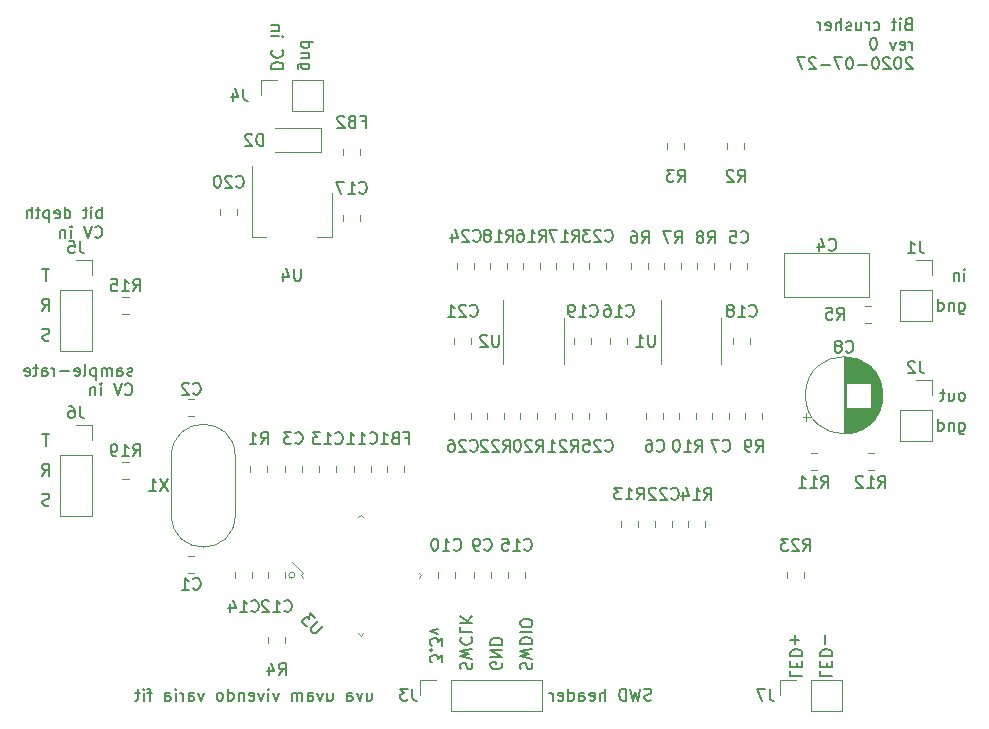
<source format=gbr>
%TF.GenerationSoftware,KiCad,Pcbnew,5.1.6-c6e7f7d~87~ubuntu18.04.1*%
%TF.CreationDate,2020-07-29T17:40:00-04:00*%
%TF.ProjectId,bit_crusher_pedal,6269745f-6372-4757-9368-65725f706564,rev?*%
%TF.SameCoordinates,Original*%
%TF.FileFunction,Legend,Bot*%
%TF.FilePolarity,Positive*%
%FSLAX46Y46*%
G04 Gerber Fmt 4.6, Leading zero omitted, Abs format (unit mm)*
G04 Created by KiCad (PCBNEW 5.1.6-c6e7f7d~87~ubuntu18.04.1) date 2020-07-29 17:40:00*
%MOMM*%
%LPD*%
G01*
G04 APERTURE LIST*
%ADD10C,0.150000*%
%ADD11C,0.120000*%
G04 APERTURE END LIST*
D10*
X144327619Y-107138214D02*
X144327619Y-107614404D01*
X145327619Y-107614404D01*
X144851428Y-106804880D02*
X144851428Y-106471547D01*
X144327619Y-106328690D02*
X144327619Y-106804880D01*
X145327619Y-106804880D01*
X145327619Y-106328690D01*
X144327619Y-105900119D02*
X145327619Y-105900119D01*
X145327619Y-105662023D01*
X145280000Y-105519166D01*
X145184761Y-105423928D01*
X145089523Y-105376309D01*
X144899047Y-105328690D01*
X144756190Y-105328690D01*
X144565714Y-105376309D01*
X144470476Y-105423928D01*
X144375238Y-105519166D01*
X144327619Y-105662023D01*
X144327619Y-105900119D01*
X144708571Y-104900119D02*
X144708571Y-104138214D01*
X141787619Y-107138214D02*
X141787619Y-107614404D01*
X142787619Y-107614404D01*
X142311428Y-106804880D02*
X142311428Y-106471547D01*
X141787619Y-106328690D02*
X141787619Y-106804880D01*
X142787619Y-106804880D01*
X142787619Y-106328690D01*
X141787619Y-105900119D02*
X142787619Y-105900119D01*
X142787619Y-105662023D01*
X142740000Y-105519166D01*
X142644761Y-105423928D01*
X142549523Y-105376309D01*
X142359047Y-105328690D01*
X142216190Y-105328690D01*
X142025714Y-105376309D01*
X141930476Y-105423928D01*
X141835238Y-105519166D01*
X141787619Y-105662023D01*
X141787619Y-105900119D01*
X142168571Y-104900119D02*
X142168571Y-104138214D01*
X141787619Y-104519166D02*
X142549523Y-104519166D01*
X105915833Y-109005714D02*
X105915833Y-109672380D01*
X106344404Y-109005714D02*
X106344404Y-109529523D01*
X106296785Y-109624761D01*
X106201547Y-109672380D01*
X106058690Y-109672380D01*
X105963452Y-109624761D01*
X105915833Y-109577142D01*
X105534880Y-109005714D02*
X105296785Y-109672380D01*
X105058690Y-109005714D01*
X104249166Y-109672380D02*
X104249166Y-109148571D01*
X104296785Y-109053333D01*
X104392023Y-109005714D01*
X104582500Y-109005714D01*
X104677738Y-109053333D01*
X104249166Y-109624761D02*
X104344404Y-109672380D01*
X104582500Y-109672380D01*
X104677738Y-109624761D01*
X104725357Y-109529523D01*
X104725357Y-109434285D01*
X104677738Y-109339047D01*
X104582500Y-109291428D01*
X104344404Y-109291428D01*
X104249166Y-109243809D01*
X102582500Y-109005714D02*
X102582500Y-109672380D01*
X103011071Y-109005714D02*
X103011071Y-109529523D01*
X102963452Y-109624761D01*
X102868214Y-109672380D01*
X102725357Y-109672380D01*
X102630119Y-109624761D01*
X102582500Y-109577142D01*
X102201547Y-109005714D02*
X101963452Y-109672380D01*
X101725357Y-109005714D01*
X100915833Y-109672380D02*
X100915833Y-109148571D01*
X100963452Y-109053333D01*
X101058690Y-109005714D01*
X101249166Y-109005714D01*
X101344404Y-109053333D01*
X100915833Y-109624761D02*
X101011071Y-109672380D01*
X101249166Y-109672380D01*
X101344404Y-109624761D01*
X101392023Y-109529523D01*
X101392023Y-109434285D01*
X101344404Y-109339047D01*
X101249166Y-109291428D01*
X101011071Y-109291428D01*
X100915833Y-109243809D01*
X100439642Y-109672380D02*
X100439642Y-109005714D01*
X100439642Y-109100952D02*
X100392023Y-109053333D01*
X100296785Y-109005714D01*
X100153928Y-109005714D01*
X100058690Y-109053333D01*
X100011071Y-109148571D01*
X100011071Y-109672380D01*
X100011071Y-109148571D02*
X99963452Y-109053333D01*
X99868214Y-109005714D01*
X99725357Y-109005714D01*
X99630119Y-109053333D01*
X99582500Y-109148571D01*
X99582500Y-109672380D01*
X98439642Y-109005714D02*
X98201547Y-109672380D01*
X97963452Y-109005714D01*
X97582500Y-109672380D02*
X97582500Y-109005714D01*
X97582500Y-108672380D02*
X97630119Y-108720000D01*
X97582500Y-108767619D01*
X97534880Y-108720000D01*
X97582500Y-108672380D01*
X97582500Y-108767619D01*
X97201547Y-109005714D02*
X96963452Y-109672380D01*
X96725357Y-109005714D01*
X95963452Y-109624761D02*
X96058690Y-109672380D01*
X96249166Y-109672380D01*
X96344404Y-109624761D01*
X96392023Y-109529523D01*
X96392023Y-109148571D01*
X96344404Y-109053333D01*
X96249166Y-109005714D01*
X96058690Y-109005714D01*
X95963452Y-109053333D01*
X95915833Y-109148571D01*
X95915833Y-109243809D01*
X96392023Y-109339047D01*
X95487261Y-109005714D02*
X95487261Y-109672380D01*
X95487261Y-109100952D02*
X95439642Y-109053333D01*
X95344404Y-109005714D01*
X95201547Y-109005714D01*
X95106309Y-109053333D01*
X95058690Y-109148571D01*
X95058690Y-109672380D01*
X94153928Y-109672380D02*
X94153928Y-108672380D01*
X94153928Y-109624761D02*
X94249166Y-109672380D01*
X94439642Y-109672380D01*
X94534880Y-109624761D01*
X94582500Y-109577142D01*
X94630119Y-109481904D01*
X94630119Y-109196190D01*
X94582500Y-109100952D01*
X94534880Y-109053333D01*
X94439642Y-109005714D01*
X94249166Y-109005714D01*
X94153928Y-109053333D01*
X93534880Y-109672380D02*
X93630119Y-109624761D01*
X93677738Y-109577142D01*
X93725357Y-109481904D01*
X93725357Y-109196190D01*
X93677738Y-109100952D01*
X93630119Y-109053333D01*
X93534880Y-109005714D01*
X93392023Y-109005714D01*
X93296785Y-109053333D01*
X93249166Y-109100952D01*
X93201547Y-109196190D01*
X93201547Y-109481904D01*
X93249166Y-109577142D01*
X93296785Y-109624761D01*
X93392023Y-109672380D01*
X93534880Y-109672380D01*
X92106309Y-109005714D02*
X91868214Y-109672380D01*
X91630119Y-109005714D01*
X90820595Y-109672380D02*
X90820595Y-109148571D01*
X90868214Y-109053333D01*
X90963452Y-109005714D01*
X91153928Y-109005714D01*
X91249166Y-109053333D01*
X90820595Y-109624761D02*
X90915833Y-109672380D01*
X91153928Y-109672380D01*
X91249166Y-109624761D01*
X91296785Y-109529523D01*
X91296785Y-109434285D01*
X91249166Y-109339047D01*
X91153928Y-109291428D01*
X90915833Y-109291428D01*
X90820595Y-109243809D01*
X90344404Y-109672380D02*
X90344404Y-109005714D01*
X90344404Y-109196190D02*
X90296785Y-109100952D01*
X90249166Y-109053333D01*
X90153928Y-109005714D01*
X90058690Y-109005714D01*
X89725357Y-109672380D02*
X89725357Y-109005714D01*
X89725357Y-108672380D02*
X89772976Y-108720000D01*
X89725357Y-108767619D01*
X89677738Y-108720000D01*
X89725357Y-108672380D01*
X89725357Y-108767619D01*
X88820595Y-109672380D02*
X88820595Y-109148571D01*
X88868214Y-109053333D01*
X88963452Y-109005714D01*
X89153928Y-109005714D01*
X89249166Y-109053333D01*
X88820595Y-109624761D02*
X88915833Y-109672380D01*
X89153928Y-109672380D01*
X89249166Y-109624761D01*
X89296785Y-109529523D01*
X89296785Y-109434285D01*
X89249166Y-109339047D01*
X89153928Y-109291428D01*
X88915833Y-109291428D01*
X88820595Y-109243809D01*
X87725357Y-109005714D02*
X87344404Y-109005714D01*
X87582500Y-109672380D02*
X87582500Y-108815238D01*
X87534880Y-108720000D01*
X87439642Y-108672380D01*
X87344404Y-108672380D01*
X87011071Y-109672380D02*
X87011071Y-109005714D01*
X87011071Y-108672380D02*
X87058690Y-108720000D01*
X87011071Y-108767619D01*
X86963452Y-108720000D01*
X87011071Y-108672380D01*
X87011071Y-108767619D01*
X86677738Y-109005714D02*
X86296785Y-109005714D01*
X86534880Y-108672380D02*
X86534880Y-109529523D01*
X86487261Y-109624761D01*
X86392023Y-109672380D01*
X86296785Y-109672380D01*
X151731071Y-52380571D02*
X151588214Y-52428190D01*
X151540595Y-52475809D01*
X151492976Y-52571047D01*
X151492976Y-52713904D01*
X151540595Y-52809142D01*
X151588214Y-52856761D01*
X151683452Y-52904380D01*
X152064404Y-52904380D01*
X152064404Y-51904380D01*
X151731071Y-51904380D01*
X151635833Y-51952000D01*
X151588214Y-51999619D01*
X151540595Y-52094857D01*
X151540595Y-52190095D01*
X151588214Y-52285333D01*
X151635833Y-52332952D01*
X151731071Y-52380571D01*
X152064404Y-52380571D01*
X151064404Y-52904380D02*
X151064404Y-52237714D01*
X151064404Y-51904380D02*
X151112023Y-51952000D01*
X151064404Y-51999619D01*
X151016785Y-51952000D01*
X151064404Y-51904380D01*
X151064404Y-51999619D01*
X150731071Y-52237714D02*
X150350119Y-52237714D01*
X150588214Y-51904380D02*
X150588214Y-52761523D01*
X150540595Y-52856761D01*
X150445357Y-52904380D01*
X150350119Y-52904380D01*
X148826309Y-52856761D02*
X148921547Y-52904380D01*
X149112023Y-52904380D01*
X149207261Y-52856761D01*
X149254880Y-52809142D01*
X149302500Y-52713904D01*
X149302500Y-52428190D01*
X149254880Y-52332952D01*
X149207261Y-52285333D01*
X149112023Y-52237714D01*
X148921547Y-52237714D01*
X148826309Y-52285333D01*
X148397738Y-52904380D02*
X148397738Y-52237714D01*
X148397738Y-52428190D02*
X148350119Y-52332952D01*
X148302500Y-52285333D01*
X148207261Y-52237714D01*
X148112023Y-52237714D01*
X147350119Y-52237714D02*
X147350119Y-52904380D01*
X147778690Y-52237714D02*
X147778690Y-52761523D01*
X147731071Y-52856761D01*
X147635833Y-52904380D01*
X147492976Y-52904380D01*
X147397738Y-52856761D01*
X147350119Y-52809142D01*
X146921547Y-52856761D02*
X146826309Y-52904380D01*
X146635833Y-52904380D01*
X146540595Y-52856761D01*
X146492976Y-52761523D01*
X146492976Y-52713904D01*
X146540595Y-52618666D01*
X146635833Y-52571047D01*
X146778690Y-52571047D01*
X146873928Y-52523428D01*
X146921547Y-52428190D01*
X146921547Y-52380571D01*
X146873928Y-52285333D01*
X146778690Y-52237714D01*
X146635833Y-52237714D01*
X146540595Y-52285333D01*
X146064404Y-52904380D02*
X146064404Y-51904380D01*
X145635833Y-52904380D02*
X145635833Y-52380571D01*
X145683452Y-52285333D01*
X145778690Y-52237714D01*
X145921547Y-52237714D01*
X146016785Y-52285333D01*
X146064404Y-52332952D01*
X144778690Y-52856761D02*
X144873928Y-52904380D01*
X145064404Y-52904380D01*
X145159642Y-52856761D01*
X145207261Y-52761523D01*
X145207261Y-52380571D01*
X145159642Y-52285333D01*
X145064404Y-52237714D01*
X144873928Y-52237714D01*
X144778690Y-52285333D01*
X144731071Y-52380571D01*
X144731071Y-52475809D01*
X145207261Y-52571047D01*
X144302500Y-52904380D02*
X144302500Y-52237714D01*
X144302500Y-52428190D02*
X144254880Y-52332952D01*
X144207261Y-52285333D01*
X144112023Y-52237714D01*
X144016785Y-52237714D01*
X152064404Y-54554380D02*
X152064404Y-53887714D01*
X152064404Y-54078190D02*
X152016785Y-53982952D01*
X151969166Y-53935333D01*
X151873928Y-53887714D01*
X151778690Y-53887714D01*
X151064404Y-54506761D02*
X151159642Y-54554380D01*
X151350119Y-54554380D01*
X151445357Y-54506761D01*
X151492976Y-54411523D01*
X151492976Y-54030571D01*
X151445357Y-53935333D01*
X151350119Y-53887714D01*
X151159642Y-53887714D01*
X151064404Y-53935333D01*
X151016785Y-54030571D01*
X151016785Y-54125809D01*
X151492976Y-54221047D01*
X150683452Y-53887714D02*
X150445357Y-54554380D01*
X150207261Y-53887714D01*
X148873928Y-53554380D02*
X148778690Y-53554380D01*
X148683452Y-53602000D01*
X148635833Y-53649619D01*
X148588214Y-53744857D01*
X148540595Y-53935333D01*
X148540595Y-54173428D01*
X148588214Y-54363904D01*
X148635833Y-54459142D01*
X148683452Y-54506761D01*
X148778690Y-54554380D01*
X148873928Y-54554380D01*
X148969166Y-54506761D01*
X149016785Y-54459142D01*
X149064404Y-54363904D01*
X149112023Y-54173428D01*
X149112023Y-53935333D01*
X149064404Y-53744857D01*
X149016785Y-53649619D01*
X148969166Y-53602000D01*
X148873928Y-53554380D01*
X152112023Y-55299619D02*
X152064404Y-55252000D01*
X151969166Y-55204380D01*
X151731071Y-55204380D01*
X151635833Y-55252000D01*
X151588214Y-55299619D01*
X151540595Y-55394857D01*
X151540595Y-55490095D01*
X151588214Y-55632952D01*
X152159642Y-56204380D01*
X151540595Y-56204380D01*
X150921547Y-55204380D02*
X150826309Y-55204380D01*
X150731071Y-55252000D01*
X150683452Y-55299619D01*
X150635833Y-55394857D01*
X150588214Y-55585333D01*
X150588214Y-55823428D01*
X150635833Y-56013904D01*
X150683452Y-56109142D01*
X150731071Y-56156761D01*
X150826309Y-56204380D01*
X150921547Y-56204380D01*
X151016785Y-56156761D01*
X151064404Y-56109142D01*
X151112023Y-56013904D01*
X151159642Y-55823428D01*
X151159642Y-55585333D01*
X151112023Y-55394857D01*
X151064404Y-55299619D01*
X151016785Y-55252000D01*
X150921547Y-55204380D01*
X150207261Y-55299619D02*
X150159642Y-55252000D01*
X150064404Y-55204380D01*
X149826309Y-55204380D01*
X149731071Y-55252000D01*
X149683452Y-55299619D01*
X149635833Y-55394857D01*
X149635833Y-55490095D01*
X149683452Y-55632952D01*
X150254880Y-56204380D01*
X149635833Y-56204380D01*
X149016785Y-55204380D02*
X148921547Y-55204380D01*
X148826309Y-55252000D01*
X148778690Y-55299619D01*
X148731071Y-55394857D01*
X148683452Y-55585333D01*
X148683452Y-55823428D01*
X148731071Y-56013904D01*
X148778690Y-56109142D01*
X148826309Y-56156761D01*
X148921547Y-56204380D01*
X149016785Y-56204380D01*
X149112023Y-56156761D01*
X149159642Y-56109142D01*
X149207261Y-56013904D01*
X149254880Y-55823428D01*
X149254880Y-55585333D01*
X149207261Y-55394857D01*
X149159642Y-55299619D01*
X149112023Y-55252000D01*
X149016785Y-55204380D01*
X148254880Y-55823428D02*
X147492976Y-55823428D01*
X146826309Y-55204380D02*
X146731071Y-55204380D01*
X146635833Y-55252000D01*
X146588214Y-55299619D01*
X146540595Y-55394857D01*
X146492976Y-55585333D01*
X146492976Y-55823428D01*
X146540595Y-56013904D01*
X146588214Y-56109142D01*
X146635833Y-56156761D01*
X146731071Y-56204380D01*
X146826309Y-56204380D01*
X146921547Y-56156761D01*
X146969166Y-56109142D01*
X147016785Y-56013904D01*
X147064404Y-55823428D01*
X147064404Y-55585333D01*
X147016785Y-55394857D01*
X146969166Y-55299619D01*
X146921547Y-55252000D01*
X146826309Y-55204380D01*
X146159642Y-55204380D02*
X145492976Y-55204380D01*
X145921547Y-56204380D01*
X145112023Y-55823428D02*
X144350119Y-55823428D01*
X143921547Y-55299619D02*
X143873928Y-55252000D01*
X143778690Y-55204380D01*
X143540595Y-55204380D01*
X143445357Y-55252000D01*
X143397738Y-55299619D01*
X143350119Y-55394857D01*
X143350119Y-55490095D01*
X143397738Y-55632952D01*
X143969166Y-56204380D01*
X143350119Y-56204380D01*
X143016785Y-55204380D02*
X142350119Y-55204380D01*
X142778690Y-56204380D01*
D11*
X99822000Y-99060000D02*
G75*
G03*
X99822000Y-99060000I-254000J0D01*
G01*
D10*
X101052285Y-55750833D02*
X100242761Y-55750833D01*
X100147523Y-55798452D01*
X100099904Y-55846071D01*
X100052285Y-55941309D01*
X100052285Y-56084166D01*
X100099904Y-56179404D01*
X100433238Y-55750833D02*
X100385619Y-55846071D01*
X100385619Y-56036547D01*
X100433238Y-56131785D01*
X100480857Y-56179404D01*
X100576095Y-56227023D01*
X100861809Y-56227023D01*
X100957047Y-56179404D01*
X101004666Y-56131785D01*
X101052285Y-56036547D01*
X101052285Y-55846071D01*
X101004666Y-55750833D01*
X101052285Y-55274642D02*
X100385619Y-55274642D01*
X100957047Y-55274642D02*
X101004666Y-55227023D01*
X101052285Y-55131785D01*
X101052285Y-54988928D01*
X101004666Y-54893690D01*
X100909428Y-54846071D01*
X100385619Y-54846071D01*
X100385619Y-53941309D02*
X101385619Y-53941309D01*
X100433238Y-53941309D02*
X100385619Y-54036547D01*
X100385619Y-54227023D01*
X100433238Y-54322261D01*
X100480857Y-54369880D01*
X100576095Y-54417500D01*
X100861809Y-54417500D01*
X100957047Y-54369880D01*
X101004666Y-54322261D01*
X101052285Y-54227023D01*
X101052285Y-54036547D01*
X101004666Y-53941309D01*
X97845619Y-56179404D02*
X98845619Y-56179404D01*
X98845619Y-55941309D01*
X98798000Y-55798452D01*
X98702761Y-55703214D01*
X98607523Y-55655595D01*
X98417047Y-55607976D01*
X98274190Y-55607976D01*
X98083714Y-55655595D01*
X97988476Y-55703214D01*
X97893238Y-55798452D01*
X97845619Y-55941309D01*
X97845619Y-56179404D01*
X97940857Y-54607976D02*
X97893238Y-54655595D01*
X97845619Y-54798452D01*
X97845619Y-54893690D01*
X97893238Y-55036547D01*
X97988476Y-55131785D01*
X98083714Y-55179404D01*
X98274190Y-55227023D01*
X98417047Y-55227023D01*
X98607523Y-55179404D01*
X98702761Y-55131785D01*
X98798000Y-55036547D01*
X98845619Y-54893690D01*
X98845619Y-54798452D01*
X98798000Y-54655595D01*
X98750380Y-54607976D01*
X97845619Y-53417500D02*
X98512285Y-53417500D01*
X98845619Y-53417500D02*
X98798000Y-53465119D01*
X98750380Y-53417500D01*
X98798000Y-53369880D01*
X98845619Y-53417500D01*
X98750380Y-53417500D01*
X98512285Y-52941309D02*
X97845619Y-52941309D01*
X98417047Y-52941309D02*
X98464666Y-52893690D01*
X98512285Y-52798452D01*
X98512285Y-52655595D01*
X98464666Y-52560357D01*
X98369428Y-52512738D01*
X97845619Y-52512738D01*
X156080833Y-86145714D02*
X156080833Y-86955238D01*
X156128452Y-87050476D01*
X156176071Y-87098095D01*
X156271309Y-87145714D01*
X156414166Y-87145714D01*
X156509404Y-87098095D01*
X156080833Y-86764761D02*
X156176071Y-86812380D01*
X156366547Y-86812380D01*
X156461785Y-86764761D01*
X156509404Y-86717142D01*
X156557023Y-86621904D01*
X156557023Y-86336190D01*
X156509404Y-86240952D01*
X156461785Y-86193333D01*
X156366547Y-86145714D01*
X156176071Y-86145714D01*
X156080833Y-86193333D01*
X155604642Y-86145714D02*
X155604642Y-86812380D01*
X155604642Y-86240952D02*
X155557023Y-86193333D01*
X155461785Y-86145714D01*
X155318928Y-86145714D01*
X155223690Y-86193333D01*
X155176071Y-86288571D01*
X155176071Y-86812380D01*
X154271309Y-86812380D02*
X154271309Y-85812380D01*
X154271309Y-86764761D02*
X154366547Y-86812380D01*
X154557023Y-86812380D01*
X154652261Y-86764761D01*
X154699880Y-86717142D01*
X154747500Y-86621904D01*
X154747500Y-86336190D01*
X154699880Y-86240952D01*
X154652261Y-86193333D01*
X154557023Y-86145714D01*
X154366547Y-86145714D01*
X154271309Y-86193333D01*
X156080833Y-75985714D02*
X156080833Y-76795238D01*
X156128452Y-76890476D01*
X156176071Y-76938095D01*
X156271309Y-76985714D01*
X156414166Y-76985714D01*
X156509404Y-76938095D01*
X156080833Y-76604761D02*
X156176071Y-76652380D01*
X156366547Y-76652380D01*
X156461785Y-76604761D01*
X156509404Y-76557142D01*
X156557023Y-76461904D01*
X156557023Y-76176190D01*
X156509404Y-76080952D01*
X156461785Y-76033333D01*
X156366547Y-75985714D01*
X156176071Y-75985714D01*
X156080833Y-76033333D01*
X155604642Y-75985714D02*
X155604642Y-76652380D01*
X155604642Y-76080952D02*
X155557023Y-76033333D01*
X155461785Y-75985714D01*
X155318928Y-75985714D01*
X155223690Y-76033333D01*
X155176071Y-76128571D01*
X155176071Y-76652380D01*
X154271309Y-76652380D02*
X154271309Y-75652380D01*
X154271309Y-76604761D02*
X154366547Y-76652380D01*
X154557023Y-76652380D01*
X154652261Y-76604761D01*
X154699880Y-76557142D01*
X154747500Y-76461904D01*
X154747500Y-76176190D01*
X154699880Y-76080952D01*
X154652261Y-76033333D01*
X154557023Y-75985714D01*
X154366547Y-75985714D01*
X154271309Y-76033333D01*
X118975238Y-107027023D02*
X118927619Y-106884166D01*
X118927619Y-106646071D01*
X118975238Y-106550833D01*
X119022857Y-106503214D01*
X119118095Y-106455595D01*
X119213333Y-106455595D01*
X119308571Y-106503214D01*
X119356190Y-106550833D01*
X119403809Y-106646071D01*
X119451428Y-106836547D01*
X119499047Y-106931785D01*
X119546666Y-106979404D01*
X119641904Y-107027023D01*
X119737142Y-107027023D01*
X119832380Y-106979404D01*
X119880000Y-106931785D01*
X119927619Y-106836547D01*
X119927619Y-106598452D01*
X119880000Y-106455595D01*
X119927619Y-106122261D02*
X118927619Y-105884166D01*
X119641904Y-105693690D01*
X118927619Y-105503214D01*
X119927619Y-105265119D01*
X118927619Y-104884166D02*
X119927619Y-104884166D01*
X119927619Y-104646071D01*
X119880000Y-104503214D01*
X119784761Y-104407976D01*
X119689523Y-104360357D01*
X119499047Y-104312738D01*
X119356190Y-104312738D01*
X119165714Y-104360357D01*
X119070476Y-104407976D01*
X118975238Y-104503214D01*
X118927619Y-104646071D01*
X118927619Y-104884166D01*
X118927619Y-103884166D02*
X119927619Y-103884166D01*
X119927619Y-103217500D02*
X119927619Y-103027023D01*
X119880000Y-102931785D01*
X119784761Y-102836547D01*
X119594285Y-102788928D01*
X119260952Y-102788928D01*
X119070476Y-102836547D01*
X118975238Y-102931785D01*
X118927619Y-103027023D01*
X118927619Y-103217500D01*
X118975238Y-103312738D01*
X119070476Y-103407976D01*
X119260952Y-103455595D01*
X119594285Y-103455595D01*
X119784761Y-103407976D01*
X119880000Y-103312738D01*
X119927619Y-103217500D01*
X117340000Y-106455595D02*
X117387619Y-106550833D01*
X117387619Y-106693690D01*
X117340000Y-106836547D01*
X117244761Y-106931785D01*
X117149523Y-106979404D01*
X116959047Y-107027023D01*
X116816190Y-107027023D01*
X116625714Y-106979404D01*
X116530476Y-106931785D01*
X116435238Y-106836547D01*
X116387619Y-106693690D01*
X116387619Y-106598452D01*
X116435238Y-106455595D01*
X116482857Y-106407976D01*
X116816190Y-106407976D01*
X116816190Y-106598452D01*
X116387619Y-105979404D02*
X117387619Y-105979404D01*
X116387619Y-105407976D01*
X117387619Y-105407976D01*
X116387619Y-104931785D02*
X117387619Y-104931785D01*
X117387619Y-104693690D01*
X117340000Y-104550833D01*
X117244761Y-104455595D01*
X117149523Y-104407976D01*
X116959047Y-104360357D01*
X116816190Y-104360357D01*
X116625714Y-104407976D01*
X116530476Y-104455595D01*
X116435238Y-104550833D01*
X116387619Y-104693690D01*
X116387619Y-104931785D01*
X113895238Y-107027023D02*
X113847619Y-106884166D01*
X113847619Y-106646071D01*
X113895238Y-106550833D01*
X113942857Y-106503214D01*
X114038095Y-106455595D01*
X114133333Y-106455595D01*
X114228571Y-106503214D01*
X114276190Y-106550833D01*
X114323809Y-106646071D01*
X114371428Y-106836547D01*
X114419047Y-106931785D01*
X114466666Y-106979404D01*
X114561904Y-107027023D01*
X114657142Y-107027023D01*
X114752380Y-106979404D01*
X114800000Y-106931785D01*
X114847619Y-106836547D01*
X114847619Y-106598452D01*
X114800000Y-106455595D01*
X114847619Y-106122261D02*
X113847619Y-105884166D01*
X114561904Y-105693690D01*
X113847619Y-105503214D01*
X114847619Y-105265119D01*
X113942857Y-104312738D02*
X113895238Y-104360357D01*
X113847619Y-104503214D01*
X113847619Y-104598452D01*
X113895238Y-104741309D01*
X113990476Y-104836547D01*
X114085714Y-104884166D01*
X114276190Y-104931785D01*
X114419047Y-104931785D01*
X114609523Y-104884166D01*
X114704761Y-104836547D01*
X114800000Y-104741309D01*
X114847619Y-104598452D01*
X114847619Y-104503214D01*
X114800000Y-104360357D01*
X114752380Y-104312738D01*
X113847619Y-103407976D02*
X113847619Y-103884166D01*
X114847619Y-103884166D01*
X113847619Y-103074642D02*
X114847619Y-103074642D01*
X113847619Y-102503214D02*
X114419047Y-102931785D01*
X114847619Y-102503214D02*
X114276190Y-103074642D01*
X112307619Y-106439642D02*
X112307619Y-105820595D01*
X111926666Y-106153928D01*
X111926666Y-106011071D01*
X111879047Y-105915833D01*
X111831428Y-105868214D01*
X111736190Y-105820595D01*
X111498095Y-105820595D01*
X111402857Y-105868214D01*
X111355238Y-105915833D01*
X111307619Y-106011071D01*
X111307619Y-106296785D01*
X111355238Y-106392023D01*
X111402857Y-106439642D01*
X111402857Y-105392023D02*
X111355238Y-105344404D01*
X111307619Y-105392023D01*
X111355238Y-105439642D01*
X111402857Y-105392023D01*
X111307619Y-105392023D01*
X112307619Y-105011071D02*
X112307619Y-104392023D01*
X111926666Y-104725357D01*
X111926666Y-104582500D01*
X111879047Y-104487261D01*
X111831428Y-104439642D01*
X111736190Y-104392023D01*
X111498095Y-104392023D01*
X111402857Y-104439642D01*
X111355238Y-104487261D01*
X111307619Y-104582500D01*
X111307619Y-104868214D01*
X111355238Y-104963452D01*
X111402857Y-105011071D01*
X111974285Y-104058690D02*
X111307619Y-103820595D01*
X111974285Y-103582500D01*
X129991904Y-109624761D02*
X129849047Y-109672380D01*
X129610952Y-109672380D01*
X129515714Y-109624761D01*
X129468095Y-109577142D01*
X129420476Y-109481904D01*
X129420476Y-109386666D01*
X129468095Y-109291428D01*
X129515714Y-109243809D01*
X129610952Y-109196190D01*
X129801428Y-109148571D01*
X129896666Y-109100952D01*
X129944285Y-109053333D01*
X129991904Y-108958095D01*
X129991904Y-108862857D01*
X129944285Y-108767619D01*
X129896666Y-108720000D01*
X129801428Y-108672380D01*
X129563333Y-108672380D01*
X129420476Y-108720000D01*
X129087142Y-108672380D02*
X128849047Y-109672380D01*
X128658571Y-108958095D01*
X128468095Y-109672380D01*
X128230000Y-108672380D01*
X127849047Y-109672380D02*
X127849047Y-108672380D01*
X127610952Y-108672380D01*
X127468095Y-108720000D01*
X127372857Y-108815238D01*
X127325238Y-108910476D01*
X127277619Y-109100952D01*
X127277619Y-109243809D01*
X127325238Y-109434285D01*
X127372857Y-109529523D01*
X127468095Y-109624761D01*
X127610952Y-109672380D01*
X127849047Y-109672380D01*
X126087142Y-109672380D02*
X126087142Y-108672380D01*
X125658571Y-109672380D02*
X125658571Y-109148571D01*
X125706190Y-109053333D01*
X125801428Y-109005714D01*
X125944285Y-109005714D01*
X126039523Y-109053333D01*
X126087142Y-109100952D01*
X124801428Y-109624761D02*
X124896666Y-109672380D01*
X125087142Y-109672380D01*
X125182380Y-109624761D01*
X125230000Y-109529523D01*
X125230000Y-109148571D01*
X125182380Y-109053333D01*
X125087142Y-109005714D01*
X124896666Y-109005714D01*
X124801428Y-109053333D01*
X124753809Y-109148571D01*
X124753809Y-109243809D01*
X125230000Y-109339047D01*
X123896666Y-109672380D02*
X123896666Y-109148571D01*
X123944285Y-109053333D01*
X124039523Y-109005714D01*
X124230000Y-109005714D01*
X124325238Y-109053333D01*
X123896666Y-109624761D02*
X123991904Y-109672380D01*
X124230000Y-109672380D01*
X124325238Y-109624761D01*
X124372857Y-109529523D01*
X124372857Y-109434285D01*
X124325238Y-109339047D01*
X124230000Y-109291428D01*
X123991904Y-109291428D01*
X123896666Y-109243809D01*
X122991904Y-109672380D02*
X122991904Y-108672380D01*
X122991904Y-109624761D02*
X123087142Y-109672380D01*
X123277619Y-109672380D01*
X123372857Y-109624761D01*
X123420476Y-109577142D01*
X123468095Y-109481904D01*
X123468095Y-109196190D01*
X123420476Y-109100952D01*
X123372857Y-109053333D01*
X123277619Y-109005714D01*
X123087142Y-109005714D01*
X122991904Y-109053333D01*
X122134761Y-109624761D02*
X122230000Y-109672380D01*
X122420476Y-109672380D01*
X122515714Y-109624761D01*
X122563333Y-109529523D01*
X122563333Y-109148571D01*
X122515714Y-109053333D01*
X122420476Y-109005714D01*
X122230000Y-109005714D01*
X122134761Y-109053333D01*
X122087142Y-109148571D01*
X122087142Y-109243809D01*
X122563333Y-109339047D01*
X121658571Y-109672380D02*
X121658571Y-109005714D01*
X121658571Y-109196190D02*
X121610952Y-109100952D01*
X121563333Y-109053333D01*
X121468095Y-109005714D01*
X121372857Y-109005714D01*
X156366547Y-84272380D02*
X156461785Y-84224761D01*
X156509404Y-84177142D01*
X156557023Y-84081904D01*
X156557023Y-83796190D01*
X156509404Y-83700952D01*
X156461785Y-83653333D01*
X156366547Y-83605714D01*
X156223690Y-83605714D01*
X156128452Y-83653333D01*
X156080833Y-83700952D01*
X156033214Y-83796190D01*
X156033214Y-84081904D01*
X156080833Y-84177142D01*
X156128452Y-84224761D01*
X156223690Y-84272380D01*
X156366547Y-84272380D01*
X155176071Y-83605714D02*
X155176071Y-84272380D01*
X155604642Y-83605714D02*
X155604642Y-84129523D01*
X155557023Y-84224761D01*
X155461785Y-84272380D01*
X155318928Y-84272380D01*
X155223690Y-84224761D01*
X155176071Y-84177142D01*
X154842738Y-83605714D02*
X154461785Y-83605714D01*
X154699880Y-83272380D02*
X154699880Y-84129523D01*
X154652261Y-84224761D01*
X154557023Y-84272380D01*
X154461785Y-84272380D01*
X156509404Y-74112380D02*
X156509404Y-73445714D01*
X156509404Y-73112380D02*
X156557023Y-73160000D01*
X156509404Y-73207619D01*
X156461785Y-73160000D01*
X156509404Y-73112380D01*
X156509404Y-73207619D01*
X156033214Y-73445714D02*
X156033214Y-74112380D01*
X156033214Y-73540952D02*
X155985595Y-73493333D01*
X155890357Y-73445714D01*
X155747500Y-73445714D01*
X155652261Y-73493333D01*
X155604642Y-73588571D01*
X155604642Y-74112380D01*
X79025714Y-87082380D02*
X78454285Y-87082380D01*
X78740000Y-88082380D02*
X78740000Y-87082380D01*
X78430476Y-90622380D02*
X78763809Y-90146190D01*
X79001904Y-90622380D02*
X79001904Y-89622380D01*
X78620952Y-89622380D01*
X78525714Y-89670000D01*
X78478095Y-89717619D01*
X78430476Y-89812857D01*
X78430476Y-89955714D01*
X78478095Y-90050952D01*
X78525714Y-90098571D01*
X78620952Y-90146190D01*
X79001904Y-90146190D01*
X79025714Y-93114761D02*
X78882857Y-93162380D01*
X78644761Y-93162380D01*
X78549523Y-93114761D01*
X78501904Y-93067142D01*
X78454285Y-92971904D01*
X78454285Y-92876666D01*
X78501904Y-92781428D01*
X78549523Y-92733809D01*
X78644761Y-92686190D01*
X78835238Y-92638571D01*
X78930476Y-92590952D01*
X78978095Y-92543333D01*
X79025714Y-92448095D01*
X79025714Y-92352857D01*
X78978095Y-92257619D01*
X78930476Y-92210000D01*
X78835238Y-92162380D01*
X78597142Y-92162380D01*
X78454285Y-92210000D01*
X86072023Y-82129761D02*
X85976785Y-82177380D01*
X85786309Y-82177380D01*
X85691071Y-82129761D01*
X85643452Y-82034523D01*
X85643452Y-81986904D01*
X85691071Y-81891666D01*
X85786309Y-81844047D01*
X85929166Y-81844047D01*
X86024404Y-81796428D01*
X86072023Y-81701190D01*
X86072023Y-81653571D01*
X86024404Y-81558333D01*
X85929166Y-81510714D01*
X85786309Y-81510714D01*
X85691071Y-81558333D01*
X84786309Y-82177380D02*
X84786309Y-81653571D01*
X84833928Y-81558333D01*
X84929166Y-81510714D01*
X85119642Y-81510714D01*
X85214880Y-81558333D01*
X84786309Y-82129761D02*
X84881547Y-82177380D01*
X85119642Y-82177380D01*
X85214880Y-82129761D01*
X85262500Y-82034523D01*
X85262500Y-81939285D01*
X85214880Y-81844047D01*
X85119642Y-81796428D01*
X84881547Y-81796428D01*
X84786309Y-81748809D01*
X84310119Y-82177380D02*
X84310119Y-81510714D01*
X84310119Y-81605952D02*
X84262500Y-81558333D01*
X84167261Y-81510714D01*
X84024404Y-81510714D01*
X83929166Y-81558333D01*
X83881547Y-81653571D01*
X83881547Y-82177380D01*
X83881547Y-81653571D02*
X83833928Y-81558333D01*
X83738690Y-81510714D01*
X83595833Y-81510714D01*
X83500595Y-81558333D01*
X83452976Y-81653571D01*
X83452976Y-82177380D01*
X82976785Y-81510714D02*
X82976785Y-82510714D01*
X82976785Y-81558333D02*
X82881547Y-81510714D01*
X82691071Y-81510714D01*
X82595833Y-81558333D01*
X82548214Y-81605952D01*
X82500595Y-81701190D01*
X82500595Y-81986904D01*
X82548214Y-82082142D01*
X82595833Y-82129761D01*
X82691071Y-82177380D01*
X82881547Y-82177380D01*
X82976785Y-82129761D01*
X81929166Y-82177380D02*
X82024404Y-82129761D01*
X82072023Y-82034523D01*
X82072023Y-81177380D01*
X81167261Y-82129761D02*
X81262500Y-82177380D01*
X81452976Y-82177380D01*
X81548214Y-82129761D01*
X81595833Y-82034523D01*
X81595833Y-81653571D01*
X81548214Y-81558333D01*
X81452976Y-81510714D01*
X81262500Y-81510714D01*
X81167261Y-81558333D01*
X81119642Y-81653571D01*
X81119642Y-81748809D01*
X81595833Y-81844047D01*
X80691071Y-81796428D02*
X79929166Y-81796428D01*
X79452976Y-82177380D02*
X79452976Y-81510714D01*
X79452976Y-81701190D02*
X79405357Y-81605952D01*
X79357738Y-81558333D01*
X79262500Y-81510714D01*
X79167261Y-81510714D01*
X78405357Y-82177380D02*
X78405357Y-81653571D01*
X78452976Y-81558333D01*
X78548214Y-81510714D01*
X78738690Y-81510714D01*
X78833928Y-81558333D01*
X78405357Y-82129761D02*
X78500595Y-82177380D01*
X78738690Y-82177380D01*
X78833928Y-82129761D01*
X78881547Y-82034523D01*
X78881547Y-81939285D01*
X78833928Y-81844047D01*
X78738690Y-81796428D01*
X78500595Y-81796428D01*
X78405357Y-81748809D01*
X78072023Y-81510714D02*
X77691071Y-81510714D01*
X77929166Y-81177380D02*
X77929166Y-82034523D01*
X77881547Y-82129761D01*
X77786309Y-82177380D01*
X77691071Y-82177380D01*
X76976785Y-82129761D02*
X77072023Y-82177380D01*
X77262500Y-82177380D01*
X77357738Y-82129761D01*
X77405357Y-82034523D01*
X77405357Y-81653571D01*
X77357738Y-81558333D01*
X77262500Y-81510714D01*
X77072023Y-81510714D01*
X76976785Y-81558333D01*
X76929166Y-81653571D01*
X76929166Y-81748809D01*
X77405357Y-81844047D01*
X85452976Y-83732142D02*
X85500595Y-83779761D01*
X85643452Y-83827380D01*
X85738690Y-83827380D01*
X85881547Y-83779761D01*
X85976785Y-83684523D01*
X86024404Y-83589285D01*
X86072023Y-83398809D01*
X86072023Y-83255952D01*
X86024404Y-83065476D01*
X85976785Y-82970238D01*
X85881547Y-82875000D01*
X85738690Y-82827380D01*
X85643452Y-82827380D01*
X85500595Y-82875000D01*
X85452976Y-82922619D01*
X85167261Y-82827380D02*
X84833928Y-83827380D01*
X84500595Y-82827380D01*
X83405357Y-83827380D02*
X83405357Y-83160714D01*
X83405357Y-82827380D02*
X83452976Y-82875000D01*
X83405357Y-82922619D01*
X83357738Y-82875000D01*
X83405357Y-82827380D01*
X83405357Y-82922619D01*
X82929166Y-83160714D02*
X82929166Y-83827380D01*
X82929166Y-83255952D02*
X82881547Y-83208333D01*
X82786309Y-83160714D01*
X82643452Y-83160714D01*
X82548214Y-83208333D01*
X82500595Y-83303571D01*
X82500595Y-83827380D01*
X83484404Y-68842380D02*
X83484404Y-67842380D01*
X83484404Y-68223333D02*
X83389166Y-68175714D01*
X83198690Y-68175714D01*
X83103452Y-68223333D01*
X83055833Y-68270952D01*
X83008214Y-68366190D01*
X83008214Y-68651904D01*
X83055833Y-68747142D01*
X83103452Y-68794761D01*
X83198690Y-68842380D01*
X83389166Y-68842380D01*
X83484404Y-68794761D01*
X82579642Y-68842380D02*
X82579642Y-68175714D01*
X82579642Y-67842380D02*
X82627261Y-67890000D01*
X82579642Y-67937619D01*
X82532023Y-67890000D01*
X82579642Y-67842380D01*
X82579642Y-67937619D01*
X82246309Y-68175714D02*
X81865357Y-68175714D01*
X82103452Y-67842380D02*
X82103452Y-68699523D01*
X82055833Y-68794761D01*
X81960595Y-68842380D01*
X81865357Y-68842380D01*
X80341547Y-68842380D02*
X80341547Y-67842380D01*
X80341547Y-68794761D02*
X80436785Y-68842380D01*
X80627261Y-68842380D01*
X80722500Y-68794761D01*
X80770119Y-68747142D01*
X80817738Y-68651904D01*
X80817738Y-68366190D01*
X80770119Y-68270952D01*
X80722500Y-68223333D01*
X80627261Y-68175714D01*
X80436785Y-68175714D01*
X80341547Y-68223333D01*
X79484404Y-68794761D02*
X79579642Y-68842380D01*
X79770119Y-68842380D01*
X79865357Y-68794761D01*
X79912976Y-68699523D01*
X79912976Y-68318571D01*
X79865357Y-68223333D01*
X79770119Y-68175714D01*
X79579642Y-68175714D01*
X79484404Y-68223333D01*
X79436785Y-68318571D01*
X79436785Y-68413809D01*
X79912976Y-68509047D01*
X79008214Y-68175714D02*
X79008214Y-69175714D01*
X79008214Y-68223333D02*
X78912976Y-68175714D01*
X78722500Y-68175714D01*
X78627261Y-68223333D01*
X78579642Y-68270952D01*
X78532023Y-68366190D01*
X78532023Y-68651904D01*
X78579642Y-68747142D01*
X78627261Y-68794761D01*
X78722500Y-68842380D01*
X78912976Y-68842380D01*
X79008214Y-68794761D01*
X78246309Y-68175714D02*
X77865357Y-68175714D01*
X78103452Y-67842380D02*
X78103452Y-68699523D01*
X78055833Y-68794761D01*
X77960595Y-68842380D01*
X77865357Y-68842380D01*
X77532023Y-68842380D02*
X77532023Y-67842380D01*
X77103452Y-68842380D02*
X77103452Y-68318571D01*
X77151071Y-68223333D01*
X77246309Y-68175714D01*
X77389166Y-68175714D01*
X77484404Y-68223333D01*
X77532023Y-68270952D01*
X82912976Y-70397142D02*
X82960595Y-70444761D01*
X83103452Y-70492380D01*
X83198690Y-70492380D01*
X83341547Y-70444761D01*
X83436785Y-70349523D01*
X83484404Y-70254285D01*
X83532023Y-70063809D01*
X83532023Y-69920952D01*
X83484404Y-69730476D01*
X83436785Y-69635238D01*
X83341547Y-69540000D01*
X83198690Y-69492380D01*
X83103452Y-69492380D01*
X82960595Y-69540000D01*
X82912976Y-69587619D01*
X82627261Y-69492380D02*
X82293928Y-70492380D01*
X81960595Y-69492380D01*
X80865357Y-70492380D02*
X80865357Y-69825714D01*
X80865357Y-69492380D02*
X80912976Y-69540000D01*
X80865357Y-69587619D01*
X80817738Y-69540000D01*
X80865357Y-69492380D01*
X80865357Y-69587619D01*
X80389166Y-69825714D02*
X80389166Y-70492380D01*
X80389166Y-69920952D02*
X80341547Y-69873333D01*
X80246309Y-69825714D01*
X80103452Y-69825714D01*
X80008214Y-69873333D01*
X79960595Y-69968571D01*
X79960595Y-70492380D01*
X79025714Y-79144761D02*
X78882857Y-79192380D01*
X78644761Y-79192380D01*
X78549523Y-79144761D01*
X78501904Y-79097142D01*
X78454285Y-79001904D01*
X78454285Y-78906666D01*
X78501904Y-78811428D01*
X78549523Y-78763809D01*
X78644761Y-78716190D01*
X78835238Y-78668571D01*
X78930476Y-78620952D01*
X78978095Y-78573333D01*
X79025714Y-78478095D01*
X79025714Y-78382857D01*
X78978095Y-78287619D01*
X78930476Y-78240000D01*
X78835238Y-78192380D01*
X78597142Y-78192380D01*
X78454285Y-78240000D01*
X78430476Y-76652380D02*
X78763809Y-76176190D01*
X79001904Y-76652380D02*
X79001904Y-75652380D01*
X78620952Y-75652380D01*
X78525714Y-75700000D01*
X78478095Y-75747619D01*
X78430476Y-75842857D01*
X78430476Y-75985714D01*
X78478095Y-76080952D01*
X78525714Y-76128571D01*
X78620952Y-76176190D01*
X79001904Y-76176190D01*
X79025714Y-73112380D02*
X78454285Y-73112380D01*
X78740000Y-74112380D02*
X78740000Y-73112380D01*
D11*
%TO.C,R23*%
X141530000Y-99321252D02*
X141530000Y-98798748D01*
X142950000Y-99321252D02*
X142950000Y-98798748D01*
%TO.C,J7*%
X140910000Y-107890000D02*
X140910000Y-109220000D01*
X142240000Y-107890000D02*
X140910000Y-107890000D01*
X143510000Y-107890000D02*
X143510000Y-110550000D01*
X143510000Y-110550000D02*
X146110000Y-110550000D01*
X143510000Y-107890000D02*
X146110000Y-107890000D01*
X146110000Y-107890000D02*
X146110000Y-110550000D01*
%TO.C,X1*%
X89375000Y-93980000D02*
X89375000Y-88980000D01*
X94775000Y-93980000D02*
X94775000Y-88980000D01*
X89375000Y-88980000D02*
G75*
G02*
X94775000Y-88980000I2700000J0D01*
G01*
X89375000Y-93980000D02*
G75*
G03*
X94775000Y-93980000I2700000J0D01*
G01*
%TO.C,U4*%
X96158000Y-64455000D02*
X96158000Y-70465000D01*
X102978000Y-66705000D02*
X102978000Y-70465000D01*
X96158000Y-70465000D02*
X97418000Y-70465000D01*
X102978000Y-70465000D02*
X101718000Y-70465000D01*
%TO.C,U3*%
X100516821Y-98847868D02*
X99586976Y-97918023D01*
X100304689Y-99060000D02*
X100516821Y-98847868D01*
X100516821Y-99272132D02*
X100304689Y-99060000D01*
X105410000Y-104165311D02*
X105622132Y-103953179D01*
X105197868Y-103953179D02*
X105410000Y-104165311D01*
X105410000Y-93954689D02*
X105197868Y-94166821D01*
X105622132Y-94166821D02*
X105410000Y-93954689D01*
X110515311Y-99060000D02*
X110303179Y-99272132D01*
X110303179Y-98847868D02*
X110515311Y-99060000D01*
%TO.C,U2*%
X117455000Y-79248000D02*
X117455000Y-75798000D01*
X117455000Y-79248000D02*
X117455000Y-81198000D01*
X122575000Y-79248000D02*
X122575000Y-77298000D01*
X122575000Y-79248000D02*
X122575000Y-81198000D01*
%TO.C,U1*%
X130790000Y-79248000D02*
X130790000Y-75798000D01*
X130790000Y-79248000D02*
X130790000Y-81198000D01*
X135910000Y-79248000D02*
X135910000Y-77298000D01*
X135910000Y-79248000D02*
X135910000Y-81198000D01*
%TO.C,R22*%
X116130000Y-85868252D02*
X116130000Y-85345748D01*
X117550000Y-85868252D02*
X117550000Y-85345748D01*
%TO.C,R21*%
X123265000Y-85345748D02*
X123265000Y-85868252D01*
X121845000Y-85345748D02*
X121845000Y-85868252D01*
%TO.C,R20*%
X120344000Y-85345748D02*
X120344000Y-85868252D01*
X118924000Y-85345748D02*
X118924000Y-85868252D01*
%TO.C,R19*%
X85741252Y-90880000D02*
X85218748Y-90880000D01*
X85741252Y-89460000D02*
X85218748Y-89460000D01*
%TO.C,R18*%
X117804000Y-72627748D02*
X117804000Y-73150252D01*
X116384000Y-72627748D02*
X116384000Y-73150252D01*
%TO.C,R17*%
X121972000Y-73150252D02*
X121972000Y-72627748D01*
X123392000Y-73150252D02*
X123392000Y-72627748D01*
%TO.C,R16*%
X119178000Y-73150252D02*
X119178000Y-72627748D01*
X120598000Y-73150252D02*
X120598000Y-72627748D01*
%TO.C,R15*%
X85741252Y-76910000D02*
X85218748Y-76910000D01*
X85741252Y-75490000D02*
X85218748Y-75490000D01*
%TO.C,R14*%
X133148000Y-95003252D02*
X133148000Y-94480748D01*
X134568000Y-95003252D02*
X134568000Y-94480748D01*
%TO.C,R13*%
X128853000Y-94471748D02*
X128853000Y-94994252D01*
X127433000Y-94471748D02*
X127433000Y-94994252D01*
%TO.C,R12*%
X148851252Y-90118000D02*
X148328748Y-90118000D01*
X148851252Y-88698000D02*
X148328748Y-88698000D01*
%TO.C,R11*%
X144016252Y-90118000D02*
X143493748Y-90118000D01*
X144016252Y-88698000D02*
X143493748Y-88698000D01*
%TO.C,R10*%
X133806000Y-85345748D02*
X133806000Y-85868252D01*
X132386000Y-85345748D02*
X132386000Y-85868252D01*
%TO.C,R9*%
X139394000Y-85327748D02*
X139394000Y-85850252D01*
X137974000Y-85327748D02*
X137974000Y-85850252D01*
%TO.C,R8*%
X135330000Y-72627748D02*
X135330000Y-73150252D01*
X133910000Y-72627748D02*
X133910000Y-73150252D01*
%TO.C,R7*%
X131116000Y-73150252D02*
X131116000Y-72627748D01*
X132536000Y-73150252D02*
X132536000Y-72627748D01*
%TO.C,R6*%
X128322000Y-73150252D02*
X128322000Y-72627748D01*
X129742000Y-73150252D02*
X129742000Y-72627748D01*
%TO.C,R5*%
X148588252Y-77672000D02*
X148065748Y-77672000D01*
X148588252Y-76252000D02*
X148065748Y-76252000D01*
%TO.C,R4*%
X99008000Y-104250748D02*
X99008000Y-104773252D01*
X97588000Y-104250748D02*
X97588000Y-104773252D01*
%TO.C,R3*%
X132790000Y-62485748D02*
X132790000Y-63008252D01*
X131370000Y-62485748D02*
X131370000Y-63008252D01*
%TO.C,R2*%
X137870000Y-62485748D02*
X137870000Y-63008252D01*
X136450000Y-62485748D02*
X136450000Y-63008252D01*
%TO.C,R1*%
X96064000Y-90295252D02*
X96064000Y-89772748D01*
X97484000Y-90295252D02*
X97484000Y-89772748D01*
%TO.C,J6*%
X82610000Y-86300000D02*
X81280000Y-86300000D01*
X82610000Y-87630000D02*
X82610000Y-86300000D01*
X82610000Y-88900000D02*
X79950000Y-88900000D01*
X79950000Y-88900000D02*
X79950000Y-94040000D01*
X82610000Y-88900000D02*
X82610000Y-94040000D01*
X82610000Y-94040000D02*
X79950000Y-94040000D01*
%TO.C,J5*%
X82610000Y-72330000D02*
X81280000Y-72330000D01*
X82610000Y-73660000D02*
X82610000Y-72330000D01*
X82610000Y-74930000D02*
X79950000Y-74930000D01*
X79950000Y-74930000D02*
X79950000Y-80070000D01*
X82610000Y-74930000D02*
X82610000Y-80070000D01*
X82610000Y-80070000D02*
X79950000Y-80070000D01*
%TO.C,J4*%
X96968000Y-57090000D02*
X96968000Y-58420000D01*
X98298000Y-57090000D02*
X96968000Y-57090000D01*
X99568000Y-57090000D02*
X99568000Y-59750000D01*
X99568000Y-59750000D02*
X102168000Y-59750000D01*
X99568000Y-57090000D02*
X102168000Y-57090000D01*
X102168000Y-57090000D02*
X102168000Y-59750000D01*
%TO.C,J3*%
X110430000Y-107890000D02*
X110430000Y-109220000D01*
X111760000Y-107890000D02*
X110430000Y-107890000D01*
X113030000Y-107890000D02*
X113030000Y-110550000D01*
X113030000Y-110550000D02*
X120710000Y-110550000D01*
X113030000Y-107890000D02*
X120710000Y-107890000D01*
X120710000Y-107890000D02*
X120710000Y-110550000D01*
%TO.C,J2*%
X153730000Y-82490000D02*
X152400000Y-82490000D01*
X153730000Y-83820000D02*
X153730000Y-82490000D01*
X153730000Y-85090000D02*
X151070000Y-85090000D01*
X151070000Y-85090000D02*
X151070000Y-87690000D01*
X153730000Y-85090000D02*
X153730000Y-87690000D01*
X153730000Y-87690000D02*
X151070000Y-87690000D01*
%TO.C,J1*%
X153730000Y-72330000D02*
X152400000Y-72330000D01*
X153730000Y-73660000D02*
X153730000Y-72330000D01*
X153730000Y-74930000D02*
X151070000Y-74930000D01*
X151070000Y-74930000D02*
X151070000Y-77530000D01*
X153730000Y-74930000D02*
X153730000Y-77530000D01*
X153730000Y-77530000D02*
X151070000Y-77530000D01*
%TO.C,FB2*%
X103938000Y-63516252D02*
X103938000Y-62993748D01*
X105358000Y-63516252D02*
X105358000Y-62993748D01*
%TO.C,FB1*%
X107621000Y-90295252D02*
X107621000Y-89772748D01*
X109041000Y-90295252D02*
X109041000Y-89772748D01*
%TO.C,D2*%
X102073000Y-61230000D02*
X98173000Y-61230000D01*
X102073000Y-63230000D02*
X98173000Y-63230000D01*
X102073000Y-61230000D02*
X102073000Y-63230000D01*
%TO.C,C26*%
X113336000Y-85868252D02*
X113336000Y-85345748D01*
X114756000Y-85868252D02*
X114756000Y-85345748D01*
%TO.C,C25*%
X124766000Y-85868252D02*
X124766000Y-85345748D01*
X126186000Y-85868252D02*
X126186000Y-85345748D01*
%TO.C,C24*%
X115010000Y-72627748D02*
X115010000Y-73150252D01*
X113590000Y-72627748D02*
X113590000Y-73150252D01*
%TO.C,C23*%
X126186000Y-72627748D02*
X126186000Y-73150252D01*
X124766000Y-72627748D02*
X124766000Y-73150252D01*
%TO.C,C22*%
X130354000Y-95003252D02*
X130354000Y-94480748D01*
X131774000Y-95003252D02*
X131774000Y-94480748D01*
%TO.C,C21*%
X113336000Y-79509252D02*
X113336000Y-78986748D01*
X114756000Y-79509252D02*
X114756000Y-78986748D01*
%TO.C,C20*%
X93524000Y-68587252D02*
X93524000Y-68064748D01*
X94944000Y-68587252D02*
X94944000Y-68064748D01*
%TO.C,C19*%
X123496000Y-79500252D02*
X123496000Y-78977748D01*
X124916000Y-79500252D02*
X124916000Y-78977748D01*
%TO.C,C18*%
X136958000Y-79509252D02*
X136958000Y-78986748D01*
X138378000Y-79509252D02*
X138378000Y-78986748D01*
%TO.C,C17*%
X105358000Y-68563748D02*
X105358000Y-69086252D01*
X103938000Y-68563748D02*
X103938000Y-69086252D01*
%TO.C,C16*%
X126544000Y-79518252D02*
X126544000Y-78995748D01*
X127964000Y-79518252D02*
X127964000Y-78995748D01*
%TO.C,C15*%
X117908000Y-99330252D02*
X117908000Y-98807748D01*
X119328000Y-99330252D02*
X119328000Y-98807748D01*
%TO.C,C14*%
X96214000Y-98807748D02*
X96214000Y-99330252D01*
X94794000Y-98807748D02*
X94794000Y-99330252D01*
%TO.C,C13*%
X101906000Y-90313252D02*
X101906000Y-89790748D01*
X103326000Y-90313252D02*
X103326000Y-89790748D01*
%TO.C,C12*%
X99008000Y-98807748D02*
X99008000Y-99330252D01*
X97588000Y-98807748D02*
X97588000Y-99330252D01*
%TO.C,C11*%
X104827000Y-90295252D02*
X104827000Y-89772748D01*
X106247000Y-90295252D02*
X106247000Y-89772748D01*
%TO.C,C10*%
X111939000Y-99312252D02*
X111939000Y-98789748D01*
X113359000Y-99312252D02*
X113359000Y-98789748D01*
%TO.C,C9*%
X114987000Y-99312252D02*
X114987000Y-98789748D01*
X116407000Y-99312252D02*
X116407000Y-98789748D01*
%TO.C,C8*%
X143138759Y-85974000D02*
X143138759Y-85344000D01*
X142823759Y-85659000D02*
X143453759Y-85659000D01*
X149565000Y-84222000D02*
X149565000Y-83418000D01*
X149525000Y-84453000D02*
X149525000Y-83187000D01*
X149485000Y-84622000D02*
X149485000Y-83018000D01*
X149445000Y-84760000D02*
X149445000Y-82880000D01*
X149405000Y-84879000D02*
X149405000Y-82761000D01*
X149365000Y-84985000D02*
X149365000Y-82655000D01*
X149325000Y-85082000D02*
X149325000Y-82558000D01*
X149285000Y-85170000D02*
X149285000Y-82470000D01*
X149245000Y-85252000D02*
X149245000Y-82388000D01*
X149205000Y-85329000D02*
X149205000Y-82311000D01*
X149165000Y-85401000D02*
X149165000Y-82239000D01*
X149125000Y-85470000D02*
X149125000Y-82170000D01*
X149085000Y-85534000D02*
X149085000Y-82106000D01*
X149045000Y-85596000D02*
X149045000Y-82044000D01*
X149005000Y-85654000D02*
X149005000Y-81986000D01*
X148965000Y-85710000D02*
X148965000Y-81930000D01*
X148925000Y-85764000D02*
X148925000Y-81876000D01*
X148885000Y-85815000D02*
X148885000Y-81825000D01*
X148845000Y-85864000D02*
X148845000Y-81776000D01*
X148805000Y-85912000D02*
X148805000Y-81728000D01*
X148765000Y-85957000D02*
X148765000Y-81683000D01*
X148725000Y-86002000D02*
X148725000Y-81638000D01*
X148685000Y-86044000D02*
X148685000Y-81596000D01*
X148645000Y-86085000D02*
X148645000Y-81555000D01*
X148605000Y-82780000D02*
X148605000Y-81515000D01*
X148605000Y-86125000D02*
X148605000Y-84860000D01*
X148565000Y-82780000D02*
X148565000Y-81477000D01*
X148565000Y-86163000D02*
X148565000Y-84860000D01*
X148525000Y-82780000D02*
X148525000Y-81440000D01*
X148525000Y-86200000D02*
X148525000Y-84860000D01*
X148485000Y-82780000D02*
X148485000Y-81404000D01*
X148485000Y-86236000D02*
X148485000Y-84860000D01*
X148445000Y-82780000D02*
X148445000Y-81370000D01*
X148445000Y-86270000D02*
X148445000Y-84860000D01*
X148405000Y-82780000D02*
X148405000Y-81336000D01*
X148405000Y-86304000D02*
X148405000Y-84860000D01*
X148365000Y-82780000D02*
X148365000Y-81304000D01*
X148365000Y-86336000D02*
X148365000Y-84860000D01*
X148325000Y-82780000D02*
X148325000Y-81272000D01*
X148325000Y-86368000D02*
X148325000Y-84860000D01*
X148285000Y-82780000D02*
X148285000Y-81242000D01*
X148285000Y-86398000D02*
X148285000Y-84860000D01*
X148245000Y-82780000D02*
X148245000Y-81213000D01*
X148245000Y-86427000D02*
X148245000Y-84860000D01*
X148205000Y-82780000D02*
X148205000Y-81184000D01*
X148205000Y-86456000D02*
X148205000Y-84860000D01*
X148165000Y-82780000D02*
X148165000Y-81156000D01*
X148165000Y-86484000D02*
X148165000Y-84860000D01*
X148125000Y-82780000D02*
X148125000Y-81130000D01*
X148125000Y-86510000D02*
X148125000Y-84860000D01*
X148085000Y-82780000D02*
X148085000Y-81104000D01*
X148085000Y-86536000D02*
X148085000Y-84860000D01*
X148045000Y-82780000D02*
X148045000Y-81078000D01*
X148045000Y-86562000D02*
X148045000Y-84860000D01*
X148005000Y-82780000D02*
X148005000Y-81054000D01*
X148005000Y-86586000D02*
X148005000Y-84860000D01*
X147965000Y-82780000D02*
X147965000Y-81030000D01*
X147965000Y-86610000D02*
X147965000Y-84860000D01*
X147925000Y-82780000D02*
X147925000Y-81008000D01*
X147925000Y-86632000D02*
X147925000Y-84860000D01*
X147885000Y-82780000D02*
X147885000Y-80986000D01*
X147885000Y-86654000D02*
X147885000Y-84860000D01*
X147845000Y-82780000D02*
X147845000Y-80964000D01*
X147845000Y-86676000D02*
X147845000Y-84860000D01*
X147805000Y-82780000D02*
X147805000Y-80944000D01*
X147805000Y-86696000D02*
X147805000Y-84860000D01*
X147765000Y-82780000D02*
X147765000Y-80924000D01*
X147765000Y-86716000D02*
X147765000Y-84860000D01*
X147725000Y-82780000D02*
X147725000Y-80904000D01*
X147725000Y-86736000D02*
X147725000Y-84860000D01*
X147685000Y-82780000D02*
X147685000Y-80886000D01*
X147685000Y-86754000D02*
X147685000Y-84860000D01*
X147645000Y-82780000D02*
X147645000Y-80868000D01*
X147645000Y-86772000D02*
X147645000Y-84860000D01*
X147605000Y-82780000D02*
X147605000Y-80850000D01*
X147605000Y-86790000D02*
X147605000Y-84860000D01*
X147565000Y-82780000D02*
X147565000Y-80834000D01*
X147565000Y-86806000D02*
X147565000Y-84860000D01*
X147525000Y-82780000D02*
X147525000Y-80818000D01*
X147525000Y-86822000D02*
X147525000Y-84860000D01*
X147485000Y-82780000D02*
X147485000Y-80802000D01*
X147485000Y-86838000D02*
X147485000Y-84860000D01*
X147445000Y-82780000D02*
X147445000Y-80787000D01*
X147445000Y-86853000D02*
X147445000Y-84860000D01*
X147405000Y-82780000D02*
X147405000Y-80773000D01*
X147405000Y-86867000D02*
X147405000Y-84860000D01*
X147365000Y-82780000D02*
X147365000Y-80759000D01*
X147365000Y-86881000D02*
X147365000Y-84860000D01*
X147325000Y-82780000D02*
X147325000Y-80746000D01*
X147325000Y-86894000D02*
X147325000Y-84860000D01*
X147285000Y-82780000D02*
X147285000Y-80734000D01*
X147285000Y-86906000D02*
X147285000Y-84860000D01*
X147245000Y-82780000D02*
X147245000Y-80722000D01*
X147245000Y-86918000D02*
X147245000Y-84860000D01*
X147205000Y-82780000D02*
X147205000Y-80710000D01*
X147205000Y-86930000D02*
X147205000Y-84860000D01*
X147165000Y-82780000D02*
X147165000Y-80699000D01*
X147165000Y-86941000D02*
X147165000Y-84860000D01*
X147125000Y-82780000D02*
X147125000Y-80689000D01*
X147125000Y-86951000D02*
X147125000Y-84860000D01*
X147085000Y-82780000D02*
X147085000Y-80679000D01*
X147085000Y-86961000D02*
X147085000Y-84860000D01*
X147045000Y-82780000D02*
X147045000Y-80670000D01*
X147045000Y-86970000D02*
X147045000Y-84860000D01*
X147004000Y-82780000D02*
X147004000Y-80661000D01*
X147004000Y-86979000D02*
X147004000Y-84860000D01*
X146964000Y-82780000D02*
X146964000Y-80653000D01*
X146964000Y-86987000D02*
X146964000Y-84860000D01*
X146924000Y-82780000D02*
X146924000Y-80645000D01*
X146924000Y-86995000D02*
X146924000Y-84860000D01*
X146884000Y-82780000D02*
X146884000Y-80638000D01*
X146884000Y-87002000D02*
X146884000Y-84860000D01*
X146844000Y-82780000D02*
X146844000Y-80631000D01*
X146844000Y-87009000D02*
X146844000Y-84860000D01*
X146804000Y-82780000D02*
X146804000Y-80625000D01*
X146804000Y-87015000D02*
X146804000Y-84860000D01*
X146764000Y-82780000D02*
X146764000Y-80619000D01*
X146764000Y-87021000D02*
X146764000Y-84860000D01*
X146724000Y-82780000D02*
X146724000Y-80614000D01*
X146724000Y-87026000D02*
X146724000Y-84860000D01*
X146684000Y-82780000D02*
X146684000Y-80609000D01*
X146684000Y-87031000D02*
X146684000Y-84860000D01*
X146644000Y-82780000D02*
X146644000Y-80605000D01*
X146644000Y-87035000D02*
X146644000Y-84860000D01*
X146604000Y-82780000D02*
X146604000Y-80602000D01*
X146604000Y-87038000D02*
X146604000Y-84860000D01*
X146564000Y-82780000D02*
X146564000Y-80598000D01*
X146564000Y-87042000D02*
X146564000Y-84860000D01*
X146524000Y-87044000D02*
X146524000Y-80596000D01*
X146484000Y-87047000D02*
X146484000Y-80593000D01*
X146444000Y-87048000D02*
X146444000Y-80592000D01*
X146404000Y-87050000D02*
X146404000Y-80590000D01*
X146364000Y-87050000D02*
X146364000Y-80590000D01*
X146324000Y-87050000D02*
X146324000Y-80590000D01*
X149594000Y-83820000D02*
G75*
G03*
X149594000Y-83820000I-3270000J0D01*
G01*
%TO.C,C7*%
X135180000Y-85868252D02*
X135180000Y-85345748D01*
X136600000Y-85868252D02*
X136600000Y-85345748D01*
%TO.C,C6*%
X131012000Y-85345748D02*
X131012000Y-85868252D01*
X129592000Y-85345748D02*
X129592000Y-85868252D01*
%TO.C,C5*%
X138124000Y-72627748D02*
X138124000Y-73150252D01*
X136704000Y-72627748D02*
X136704000Y-73150252D01*
%TO.C,C4*%
X148440000Y-75530000D02*
X148440000Y-71790000D01*
X141200000Y-75530000D02*
X141200000Y-71790000D01*
X141200000Y-71790000D02*
X148440000Y-71790000D01*
X141200000Y-75530000D02*
X148440000Y-75530000D01*
%TO.C,C3*%
X98985000Y-90295252D02*
X98985000Y-89772748D01*
X100405000Y-90295252D02*
X100405000Y-89772748D01*
%TO.C,C2*%
X91311252Y-85546000D02*
X90788748Y-85546000D01*
X91311252Y-84126000D02*
X90788748Y-84126000D01*
%TO.C,C1*%
X91311252Y-98881000D02*
X90788748Y-98881000D01*
X91311252Y-97461000D02*
X90788748Y-97461000D01*
%TO.C,R23*%
D10*
X142882857Y-96972380D02*
X143216190Y-96496190D01*
X143454285Y-96972380D02*
X143454285Y-95972380D01*
X143073333Y-95972380D01*
X142978095Y-96020000D01*
X142930476Y-96067619D01*
X142882857Y-96162857D01*
X142882857Y-96305714D01*
X142930476Y-96400952D01*
X142978095Y-96448571D01*
X143073333Y-96496190D01*
X143454285Y-96496190D01*
X142501904Y-96067619D02*
X142454285Y-96020000D01*
X142359047Y-95972380D01*
X142120952Y-95972380D01*
X142025714Y-96020000D01*
X141978095Y-96067619D01*
X141930476Y-96162857D01*
X141930476Y-96258095D01*
X141978095Y-96400952D01*
X142549523Y-96972380D01*
X141930476Y-96972380D01*
X141597142Y-95972380D02*
X140978095Y-95972380D01*
X141311428Y-96353333D01*
X141168571Y-96353333D01*
X141073333Y-96400952D01*
X141025714Y-96448571D01*
X140978095Y-96543809D01*
X140978095Y-96781904D01*
X141025714Y-96877142D01*
X141073333Y-96924761D01*
X141168571Y-96972380D01*
X141454285Y-96972380D01*
X141549523Y-96924761D01*
X141597142Y-96877142D01*
%TO.C,J7*%
X140033333Y-108672380D02*
X140033333Y-109386666D01*
X140080952Y-109529523D01*
X140176190Y-109624761D01*
X140319047Y-109672380D01*
X140414285Y-109672380D01*
X139652380Y-108672380D02*
X138985714Y-108672380D01*
X139414285Y-109672380D01*
%TO.C,X1*%
X89074523Y-90892380D02*
X88407857Y-91892380D01*
X88407857Y-90892380D02*
X89074523Y-91892380D01*
X87503095Y-91892380D02*
X88074523Y-91892380D01*
X87788809Y-91892380D02*
X87788809Y-90892380D01*
X87884047Y-91035238D01*
X87979285Y-91130476D01*
X88074523Y-91178095D01*
%TO.C,U4*%
X100329904Y-73112380D02*
X100329904Y-73921904D01*
X100282285Y-74017142D01*
X100234666Y-74064761D01*
X100139428Y-74112380D01*
X99948952Y-74112380D01*
X99853714Y-74064761D01*
X99806095Y-74017142D01*
X99758476Y-73921904D01*
X99758476Y-73112380D01*
X98853714Y-73445714D02*
X98853714Y-74112380D01*
X99091809Y-73064761D02*
X99329904Y-73779047D01*
X98710857Y-73779047D01*
%TO.C,U3*%
X102178185Y-103369310D02*
X101605765Y-103941730D01*
X101504750Y-103975402D01*
X101437406Y-103975402D01*
X101336391Y-103941730D01*
X101201704Y-103807043D01*
X101168032Y-103706028D01*
X101168032Y-103638684D01*
X101201704Y-103537669D01*
X101774124Y-102965249D01*
X101504750Y-102695875D02*
X101067017Y-102258143D01*
X101033345Y-102763219D01*
X100932330Y-102662204D01*
X100831315Y-102628532D01*
X100763971Y-102628532D01*
X100662956Y-102662204D01*
X100494597Y-102830562D01*
X100460925Y-102931578D01*
X100460925Y-102998921D01*
X100494597Y-103099936D01*
X100696628Y-103301967D01*
X100797643Y-103335639D01*
X100864986Y-103335639D01*
%TO.C,U2*%
X117093904Y-78700380D02*
X117093904Y-79509904D01*
X117046285Y-79605142D01*
X116998666Y-79652761D01*
X116903428Y-79700380D01*
X116712952Y-79700380D01*
X116617714Y-79652761D01*
X116570095Y-79605142D01*
X116522476Y-79509904D01*
X116522476Y-78700380D01*
X116093904Y-78795619D02*
X116046285Y-78748000D01*
X115951047Y-78700380D01*
X115712952Y-78700380D01*
X115617714Y-78748000D01*
X115570095Y-78795619D01*
X115522476Y-78890857D01*
X115522476Y-78986095D01*
X115570095Y-79128952D01*
X116141523Y-79700380D01*
X115522476Y-79700380D01*
%TO.C,U1*%
X130301904Y-78700380D02*
X130301904Y-79509904D01*
X130254285Y-79605142D01*
X130206666Y-79652761D01*
X130111428Y-79700380D01*
X129920952Y-79700380D01*
X129825714Y-79652761D01*
X129778095Y-79605142D01*
X129730476Y-79509904D01*
X129730476Y-78700380D01*
X128730476Y-79700380D02*
X129301904Y-79700380D01*
X129016190Y-79700380D02*
X129016190Y-78700380D01*
X129111428Y-78843238D01*
X129206666Y-78938476D01*
X129301904Y-78986095D01*
%TO.C,R22*%
X117482857Y-88590380D02*
X117816190Y-88114190D01*
X118054285Y-88590380D02*
X118054285Y-87590380D01*
X117673333Y-87590380D01*
X117578095Y-87638000D01*
X117530476Y-87685619D01*
X117482857Y-87780857D01*
X117482857Y-87923714D01*
X117530476Y-88018952D01*
X117578095Y-88066571D01*
X117673333Y-88114190D01*
X118054285Y-88114190D01*
X117101904Y-87685619D02*
X117054285Y-87638000D01*
X116959047Y-87590380D01*
X116720952Y-87590380D01*
X116625714Y-87638000D01*
X116578095Y-87685619D01*
X116530476Y-87780857D01*
X116530476Y-87876095D01*
X116578095Y-88018952D01*
X117149523Y-88590380D01*
X116530476Y-88590380D01*
X116149523Y-87685619D02*
X116101904Y-87638000D01*
X116006666Y-87590380D01*
X115768571Y-87590380D01*
X115673333Y-87638000D01*
X115625714Y-87685619D01*
X115578095Y-87780857D01*
X115578095Y-87876095D01*
X115625714Y-88018952D01*
X116197142Y-88590380D01*
X115578095Y-88590380D01*
%TO.C,R21*%
X123197857Y-88590380D02*
X123531190Y-88114190D01*
X123769285Y-88590380D02*
X123769285Y-87590380D01*
X123388333Y-87590380D01*
X123293095Y-87638000D01*
X123245476Y-87685619D01*
X123197857Y-87780857D01*
X123197857Y-87923714D01*
X123245476Y-88018952D01*
X123293095Y-88066571D01*
X123388333Y-88114190D01*
X123769285Y-88114190D01*
X122816904Y-87685619D02*
X122769285Y-87638000D01*
X122674047Y-87590380D01*
X122435952Y-87590380D01*
X122340714Y-87638000D01*
X122293095Y-87685619D01*
X122245476Y-87780857D01*
X122245476Y-87876095D01*
X122293095Y-88018952D01*
X122864523Y-88590380D01*
X122245476Y-88590380D01*
X121293095Y-88590380D02*
X121864523Y-88590380D01*
X121578809Y-88590380D02*
X121578809Y-87590380D01*
X121674047Y-87733238D01*
X121769285Y-87828476D01*
X121864523Y-87876095D01*
%TO.C,R20*%
X120276857Y-88590380D02*
X120610190Y-88114190D01*
X120848285Y-88590380D02*
X120848285Y-87590380D01*
X120467333Y-87590380D01*
X120372095Y-87638000D01*
X120324476Y-87685619D01*
X120276857Y-87780857D01*
X120276857Y-87923714D01*
X120324476Y-88018952D01*
X120372095Y-88066571D01*
X120467333Y-88114190D01*
X120848285Y-88114190D01*
X119895904Y-87685619D02*
X119848285Y-87638000D01*
X119753047Y-87590380D01*
X119514952Y-87590380D01*
X119419714Y-87638000D01*
X119372095Y-87685619D01*
X119324476Y-87780857D01*
X119324476Y-87876095D01*
X119372095Y-88018952D01*
X119943523Y-88590380D01*
X119324476Y-88590380D01*
X118705428Y-87590380D02*
X118610190Y-87590380D01*
X118514952Y-87638000D01*
X118467333Y-87685619D01*
X118419714Y-87780857D01*
X118372095Y-87971333D01*
X118372095Y-88209428D01*
X118419714Y-88399904D01*
X118467333Y-88495142D01*
X118514952Y-88542761D01*
X118610190Y-88590380D01*
X118705428Y-88590380D01*
X118800666Y-88542761D01*
X118848285Y-88495142D01*
X118895904Y-88399904D01*
X118943523Y-88209428D01*
X118943523Y-87971333D01*
X118895904Y-87780857D01*
X118848285Y-87685619D01*
X118800666Y-87638000D01*
X118705428Y-87590380D01*
%TO.C,R19*%
X86122857Y-88972380D02*
X86456190Y-88496190D01*
X86694285Y-88972380D02*
X86694285Y-87972380D01*
X86313333Y-87972380D01*
X86218095Y-88020000D01*
X86170476Y-88067619D01*
X86122857Y-88162857D01*
X86122857Y-88305714D01*
X86170476Y-88400952D01*
X86218095Y-88448571D01*
X86313333Y-88496190D01*
X86694285Y-88496190D01*
X85170476Y-88972380D02*
X85741904Y-88972380D01*
X85456190Y-88972380D02*
X85456190Y-87972380D01*
X85551428Y-88115238D01*
X85646666Y-88210476D01*
X85741904Y-88258095D01*
X84694285Y-88972380D02*
X84503809Y-88972380D01*
X84408571Y-88924761D01*
X84360952Y-88877142D01*
X84265714Y-88734285D01*
X84218095Y-88543809D01*
X84218095Y-88162857D01*
X84265714Y-88067619D01*
X84313333Y-88020000D01*
X84408571Y-87972380D01*
X84599047Y-87972380D01*
X84694285Y-88020000D01*
X84741904Y-88067619D01*
X84789523Y-88162857D01*
X84789523Y-88400952D01*
X84741904Y-88496190D01*
X84694285Y-88543809D01*
X84599047Y-88591428D01*
X84408571Y-88591428D01*
X84313333Y-88543809D01*
X84265714Y-88496190D01*
X84218095Y-88400952D01*
%TO.C,R18*%
X117736857Y-70810380D02*
X118070190Y-70334190D01*
X118308285Y-70810380D02*
X118308285Y-69810380D01*
X117927333Y-69810380D01*
X117832095Y-69858000D01*
X117784476Y-69905619D01*
X117736857Y-70000857D01*
X117736857Y-70143714D01*
X117784476Y-70238952D01*
X117832095Y-70286571D01*
X117927333Y-70334190D01*
X118308285Y-70334190D01*
X116784476Y-70810380D02*
X117355904Y-70810380D01*
X117070190Y-70810380D02*
X117070190Y-69810380D01*
X117165428Y-69953238D01*
X117260666Y-70048476D01*
X117355904Y-70096095D01*
X116213047Y-70238952D02*
X116308285Y-70191333D01*
X116355904Y-70143714D01*
X116403523Y-70048476D01*
X116403523Y-70000857D01*
X116355904Y-69905619D01*
X116308285Y-69858000D01*
X116213047Y-69810380D01*
X116022571Y-69810380D01*
X115927333Y-69858000D01*
X115879714Y-69905619D01*
X115832095Y-70000857D01*
X115832095Y-70048476D01*
X115879714Y-70143714D01*
X115927333Y-70191333D01*
X116022571Y-70238952D01*
X116213047Y-70238952D01*
X116308285Y-70286571D01*
X116355904Y-70334190D01*
X116403523Y-70429428D01*
X116403523Y-70619904D01*
X116355904Y-70715142D01*
X116308285Y-70762761D01*
X116213047Y-70810380D01*
X116022571Y-70810380D01*
X115927333Y-70762761D01*
X115879714Y-70715142D01*
X115832095Y-70619904D01*
X115832095Y-70429428D01*
X115879714Y-70334190D01*
X115927333Y-70286571D01*
X116022571Y-70238952D01*
%TO.C,R17*%
X123324857Y-70810380D02*
X123658190Y-70334190D01*
X123896285Y-70810380D02*
X123896285Y-69810380D01*
X123515333Y-69810380D01*
X123420095Y-69858000D01*
X123372476Y-69905619D01*
X123324857Y-70000857D01*
X123324857Y-70143714D01*
X123372476Y-70238952D01*
X123420095Y-70286571D01*
X123515333Y-70334190D01*
X123896285Y-70334190D01*
X122372476Y-70810380D02*
X122943904Y-70810380D01*
X122658190Y-70810380D02*
X122658190Y-69810380D01*
X122753428Y-69953238D01*
X122848666Y-70048476D01*
X122943904Y-70096095D01*
X122039142Y-69810380D02*
X121372476Y-69810380D01*
X121801047Y-70810380D01*
%TO.C,R16*%
X120530857Y-70810380D02*
X120864190Y-70334190D01*
X121102285Y-70810380D02*
X121102285Y-69810380D01*
X120721333Y-69810380D01*
X120626095Y-69858000D01*
X120578476Y-69905619D01*
X120530857Y-70000857D01*
X120530857Y-70143714D01*
X120578476Y-70238952D01*
X120626095Y-70286571D01*
X120721333Y-70334190D01*
X121102285Y-70334190D01*
X119578476Y-70810380D02*
X120149904Y-70810380D01*
X119864190Y-70810380D02*
X119864190Y-69810380D01*
X119959428Y-69953238D01*
X120054666Y-70048476D01*
X120149904Y-70096095D01*
X118721333Y-69810380D02*
X118911809Y-69810380D01*
X119007047Y-69858000D01*
X119054666Y-69905619D01*
X119149904Y-70048476D01*
X119197523Y-70238952D01*
X119197523Y-70619904D01*
X119149904Y-70715142D01*
X119102285Y-70762761D01*
X119007047Y-70810380D01*
X118816571Y-70810380D01*
X118721333Y-70762761D01*
X118673714Y-70715142D01*
X118626095Y-70619904D01*
X118626095Y-70381809D01*
X118673714Y-70286571D01*
X118721333Y-70238952D01*
X118816571Y-70191333D01*
X119007047Y-70191333D01*
X119102285Y-70238952D01*
X119149904Y-70286571D01*
X119197523Y-70381809D01*
%TO.C,R15*%
X86122857Y-75002380D02*
X86456190Y-74526190D01*
X86694285Y-75002380D02*
X86694285Y-74002380D01*
X86313333Y-74002380D01*
X86218095Y-74050000D01*
X86170476Y-74097619D01*
X86122857Y-74192857D01*
X86122857Y-74335714D01*
X86170476Y-74430952D01*
X86218095Y-74478571D01*
X86313333Y-74526190D01*
X86694285Y-74526190D01*
X85170476Y-75002380D02*
X85741904Y-75002380D01*
X85456190Y-75002380D02*
X85456190Y-74002380D01*
X85551428Y-74145238D01*
X85646666Y-74240476D01*
X85741904Y-74288095D01*
X84265714Y-74002380D02*
X84741904Y-74002380D01*
X84789523Y-74478571D01*
X84741904Y-74430952D01*
X84646666Y-74383333D01*
X84408571Y-74383333D01*
X84313333Y-74430952D01*
X84265714Y-74478571D01*
X84218095Y-74573809D01*
X84218095Y-74811904D01*
X84265714Y-74907142D01*
X84313333Y-74954761D01*
X84408571Y-75002380D01*
X84646666Y-75002380D01*
X84741904Y-74954761D01*
X84789523Y-74907142D01*
%TO.C,R14*%
X134500857Y-92654380D02*
X134834190Y-92178190D01*
X135072285Y-92654380D02*
X135072285Y-91654380D01*
X134691333Y-91654380D01*
X134596095Y-91702000D01*
X134548476Y-91749619D01*
X134500857Y-91844857D01*
X134500857Y-91987714D01*
X134548476Y-92082952D01*
X134596095Y-92130571D01*
X134691333Y-92178190D01*
X135072285Y-92178190D01*
X133548476Y-92654380D02*
X134119904Y-92654380D01*
X133834190Y-92654380D02*
X133834190Y-91654380D01*
X133929428Y-91797238D01*
X134024666Y-91892476D01*
X134119904Y-91940095D01*
X132691333Y-91987714D02*
X132691333Y-92654380D01*
X132929428Y-91606761D02*
X133167523Y-92321047D01*
X132548476Y-92321047D01*
%TO.C,R13*%
X128785857Y-92645380D02*
X129119190Y-92169190D01*
X129357285Y-92645380D02*
X129357285Y-91645380D01*
X128976333Y-91645380D01*
X128881095Y-91693000D01*
X128833476Y-91740619D01*
X128785857Y-91835857D01*
X128785857Y-91978714D01*
X128833476Y-92073952D01*
X128881095Y-92121571D01*
X128976333Y-92169190D01*
X129357285Y-92169190D01*
X127833476Y-92645380D02*
X128404904Y-92645380D01*
X128119190Y-92645380D02*
X128119190Y-91645380D01*
X128214428Y-91788238D01*
X128309666Y-91883476D01*
X128404904Y-91931095D01*
X127500142Y-91645380D02*
X126881095Y-91645380D01*
X127214428Y-92026333D01*
X127071571Y-92026333D01*
X126976333Y-92073952D01*
X126928714Y-92121571D01*
X126881095Y-92216809D01*
X126881095Y-92454904D01*
X126928714Y-92550142D01*
X126976333Y-92597761D01*
X127071571Y-92645380D01*
X127357285Y-92645380D01*
X127452523Y-92597761D01*
X127500142Y-92550142D01*
%TO.C,R12*%
X149232857Y-91638380D02*
X149566190Y-91162190D01*
X149804285Y-91638380D02*
X149804285Y-90638380D01*
X149423333Y-90638380D01*
X149328095Y-90686000D01*
X149280476Y-90733619D01*
X149232857Y-90828857D01*
X149232857Y-90971714D01*
X149280476Y-91066952D01*
X149328095Y-91114571D01*
X149423333Y-91162190D01*
X149804285Y-91162190D01*
X148280476Y-91638380D02*
X148851904Y-91638380D01*
X148566190Y-91638380D02*
X148566190Y-90638380D01*
X148661428Y-90781238D01*
X148756666Y-90876476D01*
X148851904Y-90924095D01*
X147899523Y-90733619D02*
X147851904Y-90686000D01*
X147756666Y-90638380D01*
X147518571Y-90638380D01*
X147423333Y-90686000D01*
X147375714Y-90733619D01*
X147328095Y-90828857D01*
X147328095Y-90924095D01*
X147375714Y-91066952D01*
X147947142Y-91638380D01*
X147328095Y-91638380D01*
%TO.C,R11*%
X144406857Y-91638380D02*
X144740190Y-91162190D01*
X144978285Y-91638380D02*
X144978285Y-90638380D01*
X144597333Y-90638380D01*
X144502095Y-90686000D01*
X144454476Y-90733619D01*
X144406857Y-90828857D01*
X144406857Y-90971714D01*
X144454476Y-91066952D01*
X144502095Y-91114571D01*
X144597333Y-91162190D01*
X144978285Y-91162190D01*
X143454476Y-91638380D02*
X144025904Y-91638380D01*
X143740190Y-91638380D02*
X143740190Y-90638380D01*
X143835428Y-90781238D01*
X143930666Y-90876476D01*
X144025904Y-90924095D01*
X142502095Y-91638380D02*
X143073523Y-91638380D01*
X142787809Y-91638380D02*
X142787809Y-90638380D01*
X142883047Y-90781238D01*
X142978285Y-90876476D01*
X143073523Y-90924095D01*
%TO.C,R10*%
X133738857Y-88590380D02*
X134072190Y-88114190D01*
X134310285Y-88590380D02*
X134310285Y-87590380D01*
X133929333Y-87590380D01*
X133834095Y-87638000D01*
X133786476Y-87685619D01*
X133738857Y-87780857D01*
X133738857Y-87923714D01*
X133786476Y-88018952D01*
X133834095Y-88066571D01*
X133929333Y-88114190D01*
X134310285Y-88114190D01*
X132786476Y-88590380D02*
X133357904Y-88590380D01*
X133072190Y-88590380D02*
X133072190Y-87590380D01*
X133167428Y-87733238D01*
X133262666Y-87828476D01*
X133357904Y-87876095D01*
X132167428Y-87590380D02*
X132072190Y-87590380D01*
X131976952Y-87638000D01*
X131929333Y-87685619D01*
X131881714Y-87780857D01*
X131834095Y-87971333D01*
X131834095Y-88209428D01*
X131881714Y-88399904D01*
X131929333Y-88495142D01*
X131976952Y-88542761D01*
X132072190Y-88590380D01*
X132167428Y-88590380D01*
X132262666Y-88542761D01*
X132310285Y-88495142D01*
X132357904Y-88399904D01*
X132405523Y-88209428D01*
X132405523Y-87971333D01*
X132357904Y-87780857D01*
X132310285Y-87685619D01*
X132262666Y-87638000D01*
X132167428Y-87590380D01*
%TO.C,R9*%
X138850666Y-88590380D02*
X139184000Y-88114190D01*
X139422095Y-88590380D02*
X139422095Y-87590380D01*
X139041142Y-87590380D01*
X138945904Y-87638000D01*
X138898285Y-87685619D01*
X138850666Y-87780857D01*
X138850666Y-87923714D01*
X138898285Y-88018952D01*
X138945904Y-88066571D01*
X139041142Y-88114190D01*
X139422095Y-88114190D01*
X138374476Y-88590380D02*
X138184000Y-88590380D01*
X138088761Y-88542761D01*
X138041142Y-88495142D01*
X137945904Y-88352285D01*
X137898285Y-88161809D01*
X137898285Y-87780857D01*
X137945904Y-87685619D01*
X137993523Y-87638000D01*
X138088761Y-87590380D01*
X138279238Y-87590380D01*
X138374476Y-87638000D01*
X138422095Y-87685619D01*
X138469714Y-87780857D01*
X138469714Y-88018952D01*
X138422095Y-88114190D01*
X138374476Y-88161809D01*
X138279238Y-88209428D01*
X138088761Y-88209428D01*
X137993523Y-88161809D01*
X137945904Y-88114190D01*
X137898285Y-88018952D01*
%TO.C,R8*%
X134786666Y-70928380D02*
X135120000Y-70452190D01*
X135358095Y-70928380D02*
X135358095Y-69928380D01*
X134977142Y-69928380D01*
X134881904Y-69976000D01*
X134834285Y-70023619D01*
X134786666Y-70118857D01*
X134786666Y-70261714D01*
X134834285Y-70356952D01*
X134881904Y-70404571D01*
X134977142Y-70452190D01*
X135358095Y-70452190D01*
X134215238Y-70356952D02*
X134310476Y-70309333D01*
X134358095Y-70261714D01*
X134405714Y-70166476D01*
X134405714Y-70118857D01*
X134358095Y-70023619D01*
X134310476Y-69976000D01*
X134215238Y-69928380D01*
X134024761Y-69928380D01*
X133929523Y-69976000D01*
X133881904Y-70023619D01*
X133834285Y-70118857D01*
X133834285Y-70166476D01*
X133881904Y-70261714D01*
X133929523Y-70309333D01*
X134024761Y-70356952D01*
X134215238Y-70356952D01*
X134310476Y-70404571D01*
X134358095Y-70452190D01*
X134405714Y-70547428D01*
X134405714Y-70737904D01*
X134358095Y-70833142D01*
X134310476Y-70880761D01*
X134215238Y-70928380D01*
X134024761Y-70928380D01*
X133929523Y-70880761D01*
X133881904Y-70833142D01*
X133834285Y-70737904D01*
X133834285Y-70547428D01*
X133881904Y-70452190D01*
X133929523Y-70404571D01*
X134024761Y-70356952D01*
%TO.C,R7*%
X131992666Y-70928380D02*
X132326000Y-70452190D01*
X132564095Y-70928380D02*
X132564095Y-69928380D01*
X132183142Y-69928380D01*
X132087904Y-69976000D01*
X132040285Y-70023619D01*
X131992666Y-70118857D01*
X131992666Y-70261714D01*
X132040285Y-70356952D01*
X132087904Y-70404571D01*
X132183142Y-70452190D01*
X132564095Y-70452190D01*
X131659333Y-69928380D02*
X130992666Y-69928380D01*
X131421238Y-70928380D01*
%TO.C,R6*%
X129198666Y-70928380D02*
X129532000Y-70452190D01*
X129770095Y-70928380D02*
X129770095Y-69928380D01*
X129389142Y-69928380D01*
X129293904Y-69976000D01*
X129246285Y-70023619D01*
X129198666Y-70118857D01*
X129198666Y-70261714D01*
X129246285Y-70356952D01*
X129293904Y-70404571D01*
X129389142Y-70452190D01*
X129770095Y-70452190D01*
X128341523Y-69928380D02*
X128532000Y-69928380D01*
X128627238Y-69976000D01*
X128674857Y-70023619D01*
X128770095Y-70166476D01*
X128817714Y-70356952D01*
X128817714Y-70737904D01*
X128770095Y-70833142D01*
X128722476Y-70880761D01*
X128627238Y-70928380D01*
X128436761Y-70928380D01*
X128341523Y-70880761D01*
X128293904Y-70833142D01*
X128246285Y-70737904D01*
X128246285Y-70499809D01*
X128293904Y-70404571D01*
X128341523Y-70356952D01*
X128436761Y-70309333D01*
X128627238Y-70309333D01*
X128722476Y-70356952D01*
X128770095Y-70404571D01*
X128817714Y-70499809D01*
%TO.C,R5*%
X145708666Y-77414380D02*
X146042000Y-76938190D01*
X146280095Y-77414380D02*
X146280095Y-76414380D01*
X145899142Y-76414380D01*
X145803904Y-76462000D01*
X145756285Y-76509619D01*
X145708666Y-76604857D01*
X145708666Y-76747714D01*
X145756285Y-76842952D01*
X145803904Y-76890571D01*
X145899142Y-76938190D01*
X146280095Y-76938190D01*
X144803904Y-76414380D02*
X145280095Y-76414380D01*
X145327714Y-76890571D01*
X145280095Y-76842952D01*
X145184857Y-76795333D01*
X144946761Y-76795333D01*
X144851523Y-76842952D01*
X144803904Y-76890571D01*
X144756285Y-76985809D01*
X144756285Y-77223904D01*
X144803904Y-77319142D01*
X144851523Y-77366761D01*
X144946761Y-77414380D01*
X145184857Y-77414380D01*
X145280095Y-77366761D01*
X145327714Y-77319142D01*
%TO.C,R4*%
X98464666Y-107513380D02*
X98798000Y-107037190D01*
X99036095Y-107513380D02*
X99036095Y-106513380D01*
X98655142Y-106513380D01*
X98559904Y-106561000D01*
X98512285Y-106608619D01*
X98464666Y-106703857D01*
X98464666Y-106846714D01*
X98512285Y-106941952D01*
X98559904Y-106989571D01*
X98655142Y-107037190D01*
X99036095Y-107037190D01*
X97607523Y-106846714D02*
X97607523Y-107513380D01*
X97845619Y-106465761D02*
X98083714Y-107180047D01*
X97464666Y-107180047D01*
%TO.C,R3*%
X132246666Y-65730380D02*
X132580000Y-65254190D01*
X132818095Y-65730380D02*
X132818095Y-64730380D01*
X132437142Y-64730380D01*
X132341904Y-64778000D01*
X132294285Y-64825619D01*
X132246666Y-64920857D01*
X132246666Y-65063714D01*
X132294285Y-65158952D01*
X132341904Y-65206571D01*
X132437142Y-65254190D01*
X132818095Y-65254190D01*
X131913333Y-64730380D02*
X131294285Y-64730380D01*
X131627619Y-65111333D01*
X131484761Y-65111333D01*
X131389523Y-65158952D01*
X131341904Y-65206571D01*
X131294285Y-65301809D01*
X131294285Y-65539904D01*
X131341904Y-65635142D01*
X131389523Y-65682761D01*
X131484761Y-65730380D01*
X131770476Y-65730380D01*
X131865714Y-65682761D01*
X131913333Y-65635142D01*
%TO.C,R2*%
X137326666Y-65730380D02*
X137660000Y-65254190D01*
X137898095Y-65730380D02*
X137898095Y-64730380D01*
X137517142Y-64730380D01*
X137421904Y-64778000D01*
X137374285Y-64825619D01*
X137326666Y-64920857D01*
X137326666Y-65063714D01*
X137374285Y-65158952D01*
X137421904Y-65206571D01*
X137517142Y-65254190D01*
X137898095Y-65254190D01*
X136945714Y-64825619D02*
X136898095Y-64778000D01*
X136802857Y-64730380D01*
X136564761Y-64730380D01*
X136469523Y-64778000D01*
X136421904Y-64825619D01*
X136374285Y-64920857D01*
X136374285Y-65016095D01*
X136421904Y-65158952D01*
X136993333Y-65730380D01*
X136374285Y-65730380D01*
%TO.C,R1*%
X96940666Y-87955380D02*
X97274000Y-87479190D01*
X97512095Y-87955380D02*
X97512095Y-86955380D01*
X97131142Y-86955380D01*
X97035904Y-87003000D01*
X96988285Y-87050619D01*
X96940666Y-87145857D01*
X96940666Y-87288714D01*
X96988285Y-87383952D01*
X97035904Y-87431571D01*
X97131142Y-87479190D01*
X97512095Y-87479190D01*
X95988285Y-87955380D02*
X96559714Y-87955380D01*
X96274000Y-87955380D02*
X96274000Y-86955380D01*
X96369238Y-87098238D01*
X96464476Y-87193476D01*
X96559714Y-87241095D01*
%TO.C,J6*%
X81613333Y-84752380D02*
X81613333Y-85466666D01*
X81660952Y-85609523D01*
X81756190Y-85704761D01*
X81899047Y-85752380D01*
X81994285Y-85752380D01*
X80708571Y-84752380D02*
X80899047Y-84752380D01*
X80994285Y-84800000D01*
X81041904Y-84847619D01*
X81137142Y-84990476D01*
X81184761Y-85180952D01*
X81184761Y-85561904D01*
X81137142Y-85657142D01*
X81089523Y-85704761D01*
X80994285Y-85752380D01*
X80803809Y-85752380D01*
X80708571Y-85704761D01*
X80660952Y-85657142D01*
X80613333Y-85561904D01*
X80613333Y-85323809D01*
X80660952Y-85228571D01*
X80708571Y-85180952D01*
X80803809Y-85133333D01*
X80994285Y-85133333D01*
X81089523Y-85180952D01*
X81137142Y-85228571D01*
X81184761Y-85323809D01*
%TO.C,J5*%
X81613333Y-70782380D02*
X81613333Y-71496666D01*
X81660952Y-71639523D01*
X81756190Y-71734761D01*
X81899047Y-71782380D01*
X81994285Y-71782380D01*
X80660952Y-70782380D02*
X81137142Y-70782380D01*
X81184761Y-71258571D01*
X81137142Y-71210952D01*
X81041904Y-71163333D01*
X80803809Y-71163333D01*
X80708571Y-71210952D01*
X80660952Y-71258571D01*
X80613333Y-71353809D01*
X80613333Y-71591904D01*
X80660952Y-71687142D01*
X80708571Y-71734761D01*
X80803809Y-71782380D01*
X81041904Y-71782380D01*
X81137142Y-71734761D01*
X81184761Y-71687142D01*
%TO.C,J4*%
X95456333Y-57872380D02*
X95456333Y-58586666D01*
X95503952Y-58729523D01*
X95599190Y-58824761D01*
X95742047Y-58872380D01*
X95837285Y-58872380D01*
X94551571Y-58205714D02*
X94551571Y-58872380D01*
X94789666Y-57824761D02*
X95027761Y-58539047D01*
X94408714Y-58539047D01*
%TO.C,J3*%
X109763333Y-108672380D02*
X109763333Y-109386666D01*
X109810952Y-109529523D01*
X109906190Y-109624761D01*
X110049047Y-109672380D01*
X110144285Y-109672380D01*
X109382380Y-108672380D02*
X108763333Y-108672380D01*
X109096666Y-109053333D01*
X108953809Y-109053333D01*
X108858571Y-109100952D01*
X108810952Y-109148571D01*
X108763333Y-109243809D01*
X108763333Y-109481904D01*
X108810952Y-109577142D01*
X108858571Y-109624761D01*
X108953809Y-109672380D01*
X109239523Y-109672380D01*
X109334761Y-109624761D01*
X109382380Y-109577142D01*
%TO.C,J2*%
X152733333Y-80942380D02*
X152733333Y-81656666D01*
X152780952Y-81799523D01*
X152876190Y-81894761D01*
X153019047Y-81942380D01*
X153114285Y-81942380D01*
X152304761Y-81037619D02*
X152257142Y-80990000D01*
X152161904Y-80942380D01*
X151923809Y-80942380D01*
X151828571Y-80990000D01*
X151780952Y-81037619D01*
X151733333Y-81132857D01*
X151733333Y-81228095D01*
X151780952Y-81370952D01*
X152352380Y-81942380D01*
X151733333Y-81942380D01*
%TO.C,J1*%
X152733333Y-70782380D02*
X152733333Y-71496666D01*
X152780952Y-71639523D01*
X152876190Y-71734761D01*
X153019047Y-71782380D01*
X153114285Y-71782380D01*
X151733333Y-71782380D02*
X152304761Y-71782380D01*
X152019047Y-71782380D02*
X152019047Y-70782380D01*
X152114285Y-70925238D01*
X152209523Y-71020476D01*
X152304761Y-71068095D01*
%TO.C,FB2*%
X105481333Y-60634571D02*
X105814666Y-60634571D01*
X105814666Y-61158380D02*
X105814666Y-60158380D01*
X105338476Y-60158380D01*
X104624190Y-60634571D02*
X104481333Y-60682190D01*
X104433714Y-60729809D01*
X104386095Y-60825047D01*
X104386095Y-60967904D01*
X104433714Y-61063142D01*
X104481333Y-61110761D01*
X104576571Y-61158380D01*
X104957523Y-61158380D01*
X104957523Y-60158380D01*
X104624190Y-60158380D01*
X104528952Y-60206000D01*
X104481333Y-60253619D01*
X104433714Y-60348857D01*
X104433714Y-60444095D01*
X104481333Y-60539333D01*
X104528952Y-60586952D01*
X104624190Y-60634571D01*
X104957523Y-60634571D01*
X104005142Y-60253619D02*
X103957523Y-60206000D01*
X103862285Y-60158380D01*
X103624190Y-60158380D01*
X103528952Y-60206000D01*
X103481333Y-60253619D01*
X103433714Y-60348857D01*
X103433714Y-60444095D01*
X103481333Y-60586952D01*
X104052761Y-61158380D01*
X103433714Y-61158380D01*
%TO.C,FB1*%
X109164333Y-87413571D02*
X109497666Y-87413571D01*
X109497666Y-87937380D02*
X109497666Y-86937380D01*
X109021476Y-86937380D01*
X108307190Y-87413571D02*
X108164333Y-87461190D01*
X108116714Y-87508809D01*
X108069095Y-87604047D01*
X108069095Y-87746904D01*
X108116714Y-87842142D01*
X108164333Y-87889761D01*
X108259571Y-87937380D01*
X108640523Y-87937380D01*
X108640523Y-86937380D01*
X108307190Y-86937380D01*
X108211952Y-86985000D01*
X108164333Y-87032619D01*
X108116714Y-87127857D01*
X108116714Y-87223095D01*
X108164333Y-87318333D01*
X108211952Y-87365952D01*
X108307190Y-87413571D01*
X108640523Y-87413571D01*
X107116714Y-87937380D02*
X107688142Y-87937380D01*
X107402428Y-87937380D02*
X107402428Y-86937380D01*
X107497666Y-87080238D01*
X107592904Y-87175476D01*
X107688142Y-87223095D01*
%TO.C,D2*%
X97131095Y-62682380D02*
X97131095Y-61682380D01*
X96893000Y-61682380D01*
X96750142Y-61730000D01*
X96654904Y-61825238D01*
X96607285Y-61920476D01*
X96559666Y-62110952D01*
X96559666Y-62253809D01*
X96607285Y-62444285D01*
X96654904Y-62539523D01*
X96750142Y-62634761D01*
X96893000Y-62682380D01*
X97131095Y-62682380D01*
X96178714Y-61777619D02*
X96131095Y-61730000D01*
X96035857Y-61682380D01*
X95797761Y-61682380D01*
X95702523Y-61730000D01*
X95654904Y-61777619D01*
X95607285Y-61872857D01*
X95607285Y-61968095D01*
X95654904Y-62110952D01*
X96226333Y-62682380D01*
X95607285Y-62682380D01*
%TO.C,C26*%
X114688857Y-88495142D02*
X114736476Y-88542761D01*
X114879333Y-88590380D01*
X114974571Y-88590380D01*
X115117428Y-88542761D01*
X115212666Y-88447523D01*
X115260285Y-88352285D01*
X115307904Y-88161809D01*
X115307904Y-88018952D01*
X115260285Y-87828476D01*
X115212666Y-87733238D01*
X115117428Y-87638000D01*
X114974571Y-87590380D01*
X114879333Y-87590380D01*
X114736476Y-87638000D01*
X114688857Y-87685619D01*
X114307904Y-87685619D02*
X114260285Y-87638000D01*
X114165047Y-87590380D01*
X113926952Y-87590380D01*
X113831714Y-87638000D01*
X113784095Y-87685619D01*
X113736476Y-87780857D01*
X113736476Y-87876095D01*
X113784095Y-88018952D01*
X114355523Y-88590380D01*
X113736476Y-88590380D01*
X112879333Y-87590380D02*
X113069809Y-87590380D01*
X113165047Y-87638000D01*
X113212666Y-87685619D01*
X113307904Y-87828476D01*
X113355523Y-88018952D01*
X113355523Y-88399904D01*
X113307904Y-88495142D01*
X113260285Y-88542761D01*
X113165047Y-88590380D01*
X112974571Y-88590380D01*
X112879333Y-88542761D01*
X112831714Y-88495142D01*
X112784095Y-88399904D01*
X112784095Y-88161809D01*
X112831714Y-88066571D01*
X112879333Y-88018952D01*
X112974571Y-87971333D01*
X113165047Y-87971333D01*
X113260285Y-88018952D01*
X113307904Y-88066571D01*
X113355523Y-88161809D01*
%TO.C,C25*%
X126118857Y-88495142D02*
X126166476Y-88542761D01*
X126309333Y-88590380D01*
X126404571Y-88590380D01*
X126547428Y-88542761D01*
X126642666Y-88447523D01*
X126690285Y-88352285D01*
X126737904Y-88161809D01*
X126737904Y-88018952D01*
X126690285Y-87828476D01*
X126642666Y-87733238D01*
X126547428Y-87638000D01*
X126404571Y-87590380D01*
X126309333Y-87590380D01*
X126166476Y-87638000D01*
X126118857Y-87685619D01*
X125737904Y-87685619D02*
X125690285Y-87638000D01*
X125595047Y-87590380D01*
X125356952Y-87590380D01*
X125261714Y-87638000D01*
X125214095Y-87685619D01*
X125166476Y-87780857D01*
X125166476Y-87876095D01*
X125214095Y-88018952D01*
X125785523Y-88590380D01*
X125166476Y-88590380D01*
X124261714Y-87590380D02*
X124737904Y-87590380D01*
X124785523Y-88066571D01*
X124737904Y-88018952D01*
X124642666Y-87971333D01*
X124404571Y-87971333D01*
X124309333Y-88018952D01*
X124261714Y-88066571D01*
X124214095Y-88161809D01*
X124214095Y-88399904D01*
X124261714Y-88495142D01*
X124309333Y-88542761D01*
X124404571Y-88590380D01*
X124642666Y-88590380D01*
X124737904Y-88542761D01*
X124785523Y-88495142D01*
%TO.C,C24*%
X114942857Y-70715142D02*
X114990476Y-70762761D01*
X115133333Y-70810380D01*
X115228571Y-70810380D01*
X115371428Y-70762761D01*
X115466666Y-70667523D01*
X115514285Y-70572285D01*
X115561904Y-70381809D01*
X115561904Y-70238952D01*
X115514285Y-70048476D01*
X115466666Y-69953238D01*
X115371428Y-69858000D01*
X115228571Y-69810380D01*
X115133333Y-69810380D01*
X114990476Y-69858000D01*
X114942857Y-69905619D01*
X114561904Y-69905619D02*
X114514285Y-69858000D01*
X114419047Y-69810380D01*
X114180952Y-69810380D01*
X114085714Y-69858000D01*
X114038095Y-69905619D01*
X113990476Y-70000857D01*
X113990476Y-70096095D01*
X114038095Y-70238952D01*
X114609523Y-70810380D01*
X113990476Y-70810380D01*
X113133333Y-70143714D02*
X113133333Y-70810380D01*
X113371428Y-69762761D02*
X113609523Y-70477047D01*
X112990476Y-70477047D01*
%TO.C,C23*%
X126118857Y-70715142D02*
X126166476Y-70762761D01*
X126309333Y-70810380D01*
X126404571Y-70810380D01*
X126547428Y-70762761D01*
X126642666Y-70667523D01*
X126690285Y-70572285D01*
X126737904Y-70381809D01*
X126737904Y-70238952D01*
X126690285Y-70048476D01*
X126642666Y-69953238D01*
X126547428Y-69858000D01*
X126404571Y-69810380D01*
X126309333Y-69810380D01*
X126166476Y-69858000D01*
X126118857Y-69905619D01*
X125737904Y-69905619D02*
X125690285Y-69858000D01*
X125595047Y-69810380D01*
X125356952Y-69810380D01*
X125261714Y-69858000D01*
X125214095Y-69905619D01*
X125166476Y-70000857D01*
X125166476Y-70096095D01*
X125214095Y-70238952D01*
X125785523Y-70810380D01*
X125166476Y-70810380D01*
X124833142Y-69810380D02*
X124214095Y-69810380D01*
X124547428Y-70191333D01*
X124404571Y-70191333D01*
X124309333Y-70238952D01*
X124261714Y-70286571D01*
X124214095Y-70381809D01*
X124214095Y-70619904D01*
X124261714Y-70715142D01*
X124309333Y-70762761D01*
X124404571Y-70810380D01*
X124690285Y-70810380D01*
X124785523Y-70762761D01*
X124833142Y-70715142D01*
%TO.C,C22*%
X131706857Y-92559142D02*
X131754476Y-92606761D01*
X131897333Y-92654380D01*
X131992571Y-92654380D01*
X132135428Y-92606761D01*
X132230666Y-92511523D01*
X132278285Y-92416285D01*
X132325904Y-92225809D01*
X132325904Y-92082952D01*
X132278285Y-91892476D01*
X132230666Y-91797238D01*
X132135428Y-91702000D01*
X131992571Y-91654380D01*
X131897333Y-91654380D01*
X131754476Y-91702000D01*
X131706857Y-91749619D01*
X131325904Y-91749619D02*
X131278285Y-91702000D01*
X131183047Y-91654380D01*
X130944952Y-91654380D01*
X130849714Y-91702000D01*
X130802095Y-91749619D01*
X130754476Y-91844857D01*
X130754476Y-91940095D01*
X130802095Y-92082952D01*
X131373523Y-92654380D01*
X130754476Y-92654380D01*
X130373523Y-91749619D02*
X130325904Y-91702000D01*
X130230666Y-91654380D01*
X129992571Y-91654380D01*
X129897333Y-91702000D01*
X129849714Y-91749619D01*
X129802095Y-91844857D01*
X129802095Y-91940095D01*
X129849714Y-92082952D01*
X130421142Y-92654380D01*
X129802095Y-92654380D01*
%TO.C,C21*%
X114688857Y-77065142D02*
X114736476Y-77112761D01*
X114879333Y-77160380D01*
X114974571Y-77160380D01*
X115117428Y-77112761D01*
X115212666Y-77017523D01*
X115260285Y-76922285D01*
X115307904Y-76731809D01*
X115307904Y-76588952D01*
X115260285Y-76398476D01*
X115212666Y-76303238D01*
X115117428Y-76208000D01*
X114974571Y-76160380D01*
X114879333Y-76160380D01*
X114736476Y-76208000D01*
X114688857Y-76255619D01*
X114307904Y-76255619D02*
X114260285Y-76208000D01*
X114165047Y-76160380D01*
X113926952Y-76160380D01*
X113831714Y-76208000D01*
X113784095Y-76255619D01*
X113736476Y-76350857D01*
X113736476Y-76446095D01*
X113784095Y-76588952D01*
X114355523Y-77160380D01*
X113736476Y-77160380D01*
X112784095Y-77160380D02*
X113355523Y-77160380D01*
X113069809Y-77160380D02*
X113069809Y-76160380D01*
X113165047Y-76303238D01*
X113260285Y-76398476D01*
X113355523Y-76446095D01*
%TO.C,C20*%
X94876857Y-66143142D02*
X94924476Y-66190761D01*
X95067333Y-66238380D01*
X95162571Y-66238380D01*
X95305428Y-66190761D01*
X95400666Y-66095523D01*
X95448285Y-66000285D01*
X95495904Y-65809809D01*
X95495904Y-65666952D01*
X95448285Y-65476476D01*
X95400666Y-65381238D01*
X95305428Y-65286000D01*
X95162571Y-65238380D01*
X95067333Y-65238380D01*
X94924476Y-65286000D01*
X94876857Y-65333619D01*
X94495904Y-65333619D02*
X94448285Y-65286000D01*
X94353047Y-65238380D01*
X94114952Y-65238380D01*
X94019714Y-65286000D01*
X93972095Y-65333619D01*
X93924476Y-65428857D01*
X93924476Y-65524095D01*
X93972095Y-65666952D01*
X94543523Y-66238380D01*
X93924476Y-66238380D01*
X93305428Y-65238380D02*
X93210190Y-65238380D01*
X93114952Y-65286000D01*
X93067333Y-65333619D01*
X93019714Y-65428857D01*
X92972095Y-65619333D01*
X92972095Y-65857428D01*
X93019714Y-66047904D01*
X93067333Y-66143142D01*
X93114952Y-66190761D01*
X93210190Y-66238380D01*
X93305428Y-66238380D01*
X93400666Y-66190761D01*
X93448285Y-66143142D01*
X93495904Y-66047904D01*
X93543523Y-65857428D01*
X93543523Y-65619333D01*
X93495904Y-65428857D01*
X93448285Y-65333619D01*
X93400666Y-65286000D01*
X93305428Y-65238380D01*
%TO.C,C19*%
X124848857Y-77065142D02*
X124896476Y-77112761D01*
X125039333Y-77160380D01*
X125134571Y-77160380D01*
X125277428Y-77112761D01*
X125372666Y-77017523D01*
X125420285Y-76922285D01*
X125467904Y-76731809D01*
X125467904Y-76588952D01*
X125420285Y-76398476D01*
X125372666Y-76303238D01*
X125277428Y-76208000D01*
X125134571Y-76160380D01*
X125039333Y-76160380D01*
X124896476Y-76208000D01*
X124848857Y-76255619D01*
X123896476Y-77160380D02*
X124467904Y-77160380D01*
X124182190Y-77160380D02*
X124182190Y-76160380D01*
X124277428Y-76303238D01*
X124372666Y-76398476D01*
X124467904Y-76446095D01*
X123420285Y-77160380D02*
X123229809Y-77160380D01*
X123134571Y-77112761D01*
X123086952Y-77065142D01*
X122991714Y-76922285D01*
X122944095Y-76731809D01*
X122944095Y-76350857D01*
X122991714Y-76255619D01*
X123039333Y-76208000D01*
X123134571Y-76160380D01*
X123325047Y-76160380D01*
X123420285Y-76208000D01*
X123467904Y-76255619D01*
X123515523Y-76350857D01*
X123515523Y-76588952D01*
X123467904Y-76684190D01*
X123420285Y-76731809D01*
X123325047Y-76779428D01*
X123134571Y-76779428D01*
X123039333Y-76731809D01*
X122991714Y-76684190D01*
X122944095Y-76588952D01*
%TO.C,C18*%
X138310857Y-77074142D02*
X138358476Y-77121761D01*
X138501333Y-77169380D01*
X138596571Y-77169380D01*
X138739428Y-77121761D01*
X138834666Y-77026523D01*
X138882285Y-76931285D01*
X138929904Y-76740809D01*
X138929904Y-76597952D01*
X138882285Y-76407476D01*
X138834666Y-76312238D01*
X138739428Y-76217000D01*
X138596571Y-76169380D01*
X138501333Y-76169380D01*
X138358476Y-76217000D01*
X138310857Y-76264619D01*
X137358476Y-77169380D02*
X137929904Y-77169380D01*
X137644190Y-77169380D02*
X137644190Y-76169380D01*
X137739428Y-76312238D01*
X137834666Y-76407476D01*
X137929904Y-76455095D01*
X136787047Y-76597952D02*
X136882285Y-76550333D01*
X136929904Y-76502714D01*
X136977523Y-76407476D01*
X136977523Y-76359857D01*
X136929904Y-76264619D01*
X136882285Y-76217000D01*
X136787047Y-76169380D01*
X136596571Y-76169380D01*
X136501333Y-76217000D01*
X136453714Y-76264619D01*
X136406095Y-76359857D01*
X136406095Y-76407476D01*
X136453714Y-76502714D01*
X136501333Y-76550333D01*
X136596571Y-76597952D01*
X136787047Y-76597952D01*
X136882285Y-76645571D01*
X136929904Y-76693190D01*
X136977523Y-76788428D01*
X136977523Y-76978904D01*
X136929904Y-77074142D01*
X136882285Y-77121761D01*
X136787047Y-77169380D01*
X136596571Y-77169380D01*
X136501333Y-77121761D01*
X136453714Y-77074142D01*
X136406095Y-76978904D01*
X136406095Y-76788428D01*
X136453714Y-76693190D01*
X136501333Y-76645571D01*
X136596571Y-76597952D01*
%TO.C,C17*%
X105290857Y-66651142D02*
X105338476Y-66698761D01*
X105481333Y-66746380D01*
X105576571Y-66746380D01*
X105719428Y-66698761D01*
X105814666Y-66603523D01*
X105862285Y-66508285D01*
X105909904Y-66317809D01*
X105909904Y-66174952D01*
X105862285Y-65984476D01*
X105814666Y-65889238D01*
X105719428Y-65794000D01*
X105576571Y-65746380D01*
X105481333Y-65746380D01*
X105338476Y-65794000D01*
X105290857Y-65841619D01*
X104338476Y-66746380D02*
X104909904Y-66746380D01*
X104624190Y-66746380D02*
X104624190Y-65746380D01*
X104719428Y-65889238D01*
X104814666Y-65984476D01*
X104909904Y-66032095D01*
X104005142Y-65746380D02*
X103338476Y-65746380D01*
X103767047Y-66746380D01*
%TO.C,C16*%
X127896857Y-77065142D02*
X127944476Y-77112761D01*
X128087333Y-77160380D01*
X128182571Y-77160380D01*
X128325428Y-77112761D01*
X128420666Y-77017523D01*
X128468285Y-76922285D01*
X128515904Y-76731809D01*
X128515904Y-76588952D01*
X128468285Y-76398476D01*
X128420666Y-76303238D01*
X128325428Y-76208000D01*
X128182571Y-76160380D01*
X128087333Y-76160380D01*
X127944476Y-76208000D01*
X127896857Y-76255619D01*
X126944476Y-77160380D02*
X127515904Y-77160380D01*
X127230190Y-77160380D02*
X127230190Y-76160380D01*
X127325428Y-76303238D01*
X127420666Y-76398476D01*
X127515904Y-76446095D01*
X126087333Y-76160380D02*
X126277809Y-76160380D01*
X126373047Y-76208000D01*
X126420666Y-76255619D01*
X126515904Y-76398476D01*
X126563523Y-76588952D01*
X126563523Y-76969904D01*
X126515904Y-77065142D01*
X126468285Y-77112761D01*
X126373047Y-77160380D01*
X126182571Y-77160380D01*
X126087333Y-77112761D01*
X126039714Y-77065142D01*
X125992095Y-76969904D01*
X125992095Y-76731809D01*
X126039714Y-76636571D01*
X126087333Y-76588952D01*
X126182571Y-76541333D01*
X126373047Y-76541333D01*
X126468285Y-76588952D01*
X126515904Y-76636571D01*
X126563523Y-76731809D01*
%TO.C,C15*%
X119260857Y-96877142D02*
X119308476Y-96924761D01*
X119451333Y-96972380D01*
X119546571Y-96972380D01*
X119689428Y-96924761D01*
X119784666Y-96829523D01*
X119832285Y-96734285D01*
X119879904Y-96543809D01*
X119879904Y-96400952D01*
X119832285Y-96210476D01*
X119784666Y-96115238D01*
X119689428Y-96020000D01*
X119546571Y-95972380D01*
X119451333Y-95972380D01*
X119308476Y-96020000D01*
X119260857Y-96067619D01*
X118308476Y-96972380D02*
X118879904Y-96972380D01*
X118594190Y-96972380D02*
X118594190Y-95972380D01*
X118689428Y-96115238D01*
X118784666Y-96210476D01*
X118879904Y-96258095D01*
X117403714Y-95972380D02*
X117879904Y-95972380D01*
X117927523Y-96448571D01*
X117879904Y-96400952D01*
X117784666Y-96353333D01*
X117546571Y-96353333D01*
X117451333Y-96400952D01*
X117403714Y-96448571D01*
X117356095Y-96543809D01*
X117356095Y-96781904D01*
X117403714Y-96877142D01*
X117451333Y-96924761D01*
X117546571Y-96972380D01*
X117784666Y-96972380D01*
X117879904Y-96924761D01*
X117927523Y-96877142D01*
%TO.C,C14*%
X96146857Y-102084142D02*
X96194476Y-102131761D01*
X96337333Y-102179380D01*
X96432571Y-102179380D01*
X96575428Y-102131761D01*
X96670666Y-102036523D01*
X96718285Y-101941285D01*
X96765904Y-101750809D01*
X96765904Y-101607952D01*
X96718285Y-101417476D01*
X96670666Y-101322238D01*
X96575428Y-101227000D01*
X96432571Y-101179380D01*
X96337333Y-101179380D01*
X96194476Y-101227000D01*
X96146857Y-101274619D01*
X95194476Y-102179380D02*
X95765904Y-102179380D01*
X95480190Y-102179380D02*
X95480190Y-101179380D01*
X95575428Y-101322238D01*
X95670666Y-101417476D01*
X95765904Y-101465095D01*
X94337333Y-101512714D02*
X94337333Y-102179380D01*
X94575428Y-101131761D02*
X94813523Y-101846047D01*
X94194476Y-101846047D01*
%TO.C,C13*%
X103258857Y-87869142D02*
X103306476Y-87916761D01*
X103449333Y-87964380D01*
X103544571Y-87964380D01*
X103687428Y-87916761D01*
X103782666Y-87821523D01*
X103830285Y-87726285D01*
X103877904Y-87535809D01*
X103877904Y-87392952D01*
X103830285Y-87202476D01*
X103782666Y-87107238D01*
X103687428Y-87012000D01*
X103544571Y-86964380D01*
X103449333Y-86964380D01*
X103306476Y-87012000D01*
X103258857Y-87059619D01*
X102306476Y-87964380D02*
X102877904Y-87964380D01*
X102592190Y-87964380D02*
X102592190Y-86964380D01*
X102687428Y-87107238D01*
X102782666Y-87202476D01*
X102877904Y-87250095D01*
X101973142Y-86964380D02*
X101354095Y-86964380D01*
X101687428Y-87345333D01*
X101544571Y-87345333D01*
X101449333Y-87392952D01*
X101401714Y-87440571D01*
X101354095Y-87535809D01*
X101354095Y-87773904D01*
X101401714Y-87869142D01*
X101449333Y-87916761D01*
X101544571Y-87964380D01*
X101830285Y-87964380D01*
X101925523Y-87916761D01*
X101973142Y-87869142D01*
%TO.C,C12*%
X98940857Y-102084142D02*
X98988476Y-102131761D01*
X99131333Y-102179380D01*
X99226571Y-102179380D01*
X99369428Y-102131761D01*
X99464666Y-102036523D01*
X99512285Y-101941285D01*
X99559904Y-101750809D01*
X99559904Y-101607952D01*
X99512285Y-101417476D01*
X99464666Y-101322238D01*
X99369428Y-101227000D01*
X99226571Y-101179380D01*
X99131333Y-101179380D01*
X98988476Y-101227000D01*
X98940857Y-101274619D01*
X97988476Y-102179380D02*
X98559904Y-102179380D01*
X98274190Y-102179380D02*
X98274190Y-101179380D01*
X98369428Y-101322238D01*
X98464666Y-101417476D01*
X98559904Y-101465095D01*
X97607523Y-101274619D02*
X97559904Y-101227000D01*
X97464666Y-101179380D01*
X97226571Y-101179380D01*
X97131333Y-101227000D01*
X97083714Y-101274619D01*
X97036095Y-101369857D01*
X97036095Y-101465095D01*
X97083714Y-101607952D01*
X97655142Y-102179380D01*
X97036095Y-102179380D01*
%TO.C,C11*%
X106179857Y-87860142D02*
X106227476Y-87907761D01*
X106370333Y-87955380D01*
X106465571Y-87955380D01*
X106608428Y-87907761D01*
X106703666Y-87812523D01*
X106751285Y-87717285D01*
X106798904Y-87526809D01*
X106798904Y-87383952D01*
X106751285Y-87193476D01*
X106703666Y-87098238D01*
X106608428Y-87003000D01*
X106465571Y-86955380D01*
X106370333Y-86955380D01*
X106227476Y-87003000D01*
X106179857Y-87050619D01*
X105227476Y-87955380D02*
X105798904Y-87955380D01*
X105513190Y-87955380D02*
X105513190Y-86955380D01*
X105608428Y-87098238D01*
X105703666Y-87193476D01*
X105798904Y-87241095D01*
X104275095Y-87955380D02*
X104846523Y-87955380D01*
X104560809Y-87955380D02*
X104560809Y-86955380D01*
X104656047Y-87098238D01*
X104751285Y-87193476D01*
X104846523Y-87241095D01*
%TO.C,C10*%
X113291857Y-96877142D02*
X113339476Y-96924761D01*
X113482333Y-96972380D01*
X113577571Y-96972380D01*
X113720428Y-96924761D01*
X113815666Y-96829523D01*
X113863285Y-96734285D01*
X113910904Y-96543809D01*
X113910904Y-96400952D01*
X113863285Y-96210476D01*
X113815666Y-96115238D01*
X113720428Y-96020000D01*
X113577571Y-95972380D01*
X113482333Y-95972380D01*
X113339476Y-96020000D01*
X113291857Y-96067619D01*
X112339476Y-96972380D02*
X112910904Y-96972380D01*
X112625190Y-96972380D02*
X112625190Y-95972380D01*
X112720428Y-96115238D01*
X112815666Y-96210476D01*
X112910904Y-96258095D01*
X111720428Y-95972380D02*
X111625190Y-95972380D01*
X111529952Y-96020000D01*
X111482333Y-96067619D01*
X111434714Y-96162857D01*
X111387095Y-96353333D01*
X111387095Y-96591428D01*
X111434714Y-96781904D01*
X111482333Y-96877142D01*
X111529952Y-96924761D01*
X111625190Y-96972380D01*
X111720428Y-96972380D01*
X111815666Y-96924761D01*
X111863285Y-96877142D01*
X111910904Y-96781904D01*
X111958523Y-96591428D01*
X111958523Y-96353333D01*
X111910904Y-96162857D01*
X111863285Y-96067619D01*
X111815666Y-96020000D01*
X111720428Y-95972380D01*
%TO.C,C9*%
X115863666Y-96877142D02*
X115911285Y-96924761D01*
X116054142Y-96972380D01*
X116149380Y-96972380D01*
X116292238Y-96924761D01*
X116387476Y-96829523D01*
X116435095Y-96734285D01*
X116482714Y-96543809D01*
X116482714Y-96400952D01*
X116435095Y-96210476D01*
X116387476Y-96115238D01*
X116292238Y-96020000D01*
X116149380Y-95972380D01*
X116054142Y-95972380D01*
X115911285Y-96020000D01*
X115863666Y-96067619D01*
X115387476Y-96972380D02*
X115197000Y-96972380D01*
X115101761Y-96924761D01*
X115054142Y-96877142D01*
X114958904Y-96734285D01*
X114911285Y-96543809D01*
X114911285Y-96162857D01*
X114958904Y-96067619D01*
X115006523Y-96020000D01*
X115101761Y-95972380D01*
X115292238Y-95972380D01*
X115387476Y-96020000D01*
X115435095Y-96067619D01*
X115482714Y-96162857D01*
X115482714Y-96400952D01*
X115435095Y-96496190D01*
X115387476Y-96543809D01*
X115292238Y-96591428D01*
X115101761Y-96591428D01*
X115006523Y-96543809D01*
X114958904Y-96496190D01*
X114911285Y-96400952D01*
%TO.C,C8*%
X146490666Y-80113142D02*
X146538285Y-80160761D01*
X146681142Y-80208380D01*
X146776380Y-80208380D01*
X146919238Y-80160761D01*
X147014476Y-80065523D01*
X147062095Y-79970285D01*
X147109714Y-79779809D01*
X147109714Y-79636952D01*
X147062095Y-79446476D01*
X147014476Y-79351238D01*
X146919238Y-79256000D01*
X146776380Y-79208380D01*
X146681142Y-79208380D01*
X146538285Y-79256000D01*
X146490666Y-79303619D01*
X145919238Y-79636952D02*
X146014476Y-79589333D01*
X146062095Y-79541714D01*
X146109714Y-79446476D01*
X146109714Y-79398857D01*
X146062095Y-79303619D01*
X146014476Y-79256000D01*
X145919238Y-79208380D01*
X145728761Y-79208380D01*
X145633523Y-79256000D01*
X145585904Y-79303619D01*
X145538285Y-79398857D01*
X145538285Y-79446476D01*
X145585904Y-79541714D01*
X145633523Y-79589333D01*
X145728761Y-79636952D01*
X145919238Y-79636952D01*
X146014476Y-79684571D01*
X146062095Y-79732190D01*
X146109714Y-79827428D01*
X146109714Y-80017904D01*
X146062095Y-80113142D01*
X146014476Y-80160761D01*
X145919238Y-80208380D01*
X145728761Y-80208380D01*
X145633523Y-80160761D01*
X145585904Y-80113142D01*
X145538285Y-80017904D01*
X145538285Y-79827428D01*
X145585904Y-79732190D01*
X145633523Y-79684571D01*
X145728761Y-79636952D01*
%TO.C,C7*%
X136056666Y-88495142D02*
X136104285Y-88542761D01*
X136247142Y-88590380D01*
X136342380Y-88590380D01*
X136485238Y-88542761D01*
X136580476Y-88447523D01*
X136628095Y-88352285D01*
X136675714Y-88161809D01*
X136675714Y-88018952D01*
X136628095Y-87828476D01*
X136580476Y-87733238D01*
X136485238Y-87638000D01*
X136342380Y-87590380D01*
X136247142Y-87590380D01*
X136104285Y-87638000D01*
X136056666Y-87685619D01*
X135723333Y-87590380D02*
X135056666Y-87590380D01*
X135485238Y-88590380D01*
%TO.C,C6*%
X130468666Y-88495142D02*
X130516285Y-88542761D01*
X130659142Y-88590380D01*
X130754380Y-88590380D01*
X130897238Y-88542761D01*
X130992476Y-88447523D01*
X131040095Y-88352285D01*
X131087714Y-88161809D01*
X131087714Y-88018952D01*
X131040095Y-87828476D01*
X130992476Y-87733238D01*
X130897238Y-87638000D01*
X130754380Y-87590380D01*
X130659142Y-87590380D01*
X130516285Y-87638000D01*
X130468666Y-87685619D01*
X129611523Y-87590380D02*
X129802000Y-87590380D01*
X129897238Y-87638000D01*
X129944857Y-87685619D01*
X130040095Y-87828476D01*
X130087714Y-88018952D01*
X130087714Y-88399904D01*
X130040095Y-88495142D01*
X129992476Y-88542761D01*
X129897238Y-88590380D01*
X129706761Y-88590380D01*
X129611523Y-88542761D01*
X129563904Y-88495142D01*
X129516285Y-88399904D01*
X129516285Y-88161809D01*
X129563904Y-88066571D01*
X129611523Y-88018952D01*
X129706761Y-87971333D01*
X129897238Y-87971333D01*
X129992476Y-88018952D01*
X130040095Y-88066571D01*
X130087714Y-88161809D01*
%TO.C,C5*%
X137580666Y-70833142D02*
X137628285Y-70880761D01*
X137771142Y-70928380D01*
X137866380Y-70928380D01*
X138009238Y-70880761D01*
X138104476Y-70785523D01*
X138152095Y-70690285D01*
X138199714Y-70499809D01*
X138199714Y-70356952D01*
X138152095Y-70166476D01*
X138104476Y-70071238D01*
X138009238Y-69976000D01*
X137866380Y-69928380D01*
X137771142Y-69928380D01*
X137628285Y-69976000D01*
X137580666Y-70023619D01*
X136675904Y-69928380D02*
X137152095Y-69928380D01*
X137199714Y-70404571D01*
X137152095Y-70356952D01*
X137056857Y-70309333D01*
X136818761Y-70309333D01*
X136723523Y-70356952D01*
X136675904Y-70404571D01*
X136628285Y-70499809D01*
X136628285Y-70737904D01*
X136675904Y-70833142D01*
X136723523Y-70880761D01*
X136818761Y-70928380D01*
X137056857Y-70928380D01*
X137152095Y-70880761D01*
X137199714Y-70833142D01*
%TO.C,C4*%
X145026666Y-71477142D02*
X145074285Y-71524761D01*
X145217142Y-71572380D01*
X145312380Y-71572380D01*
X145455238Y-71524761D01*
X145550476Y-71429523D01*
X145598095Y-71334285D01*
X145645714Y-71143809D01*
X145645714Y-71000952D01*
X145598095Y-70810476D01*
X145550476Y-70715238D01*
X145455238Y-70620000D01*
X145312380Y-70572380D01*
X145217142Y-70572380D01*
X145074285Y-70620000D01*
X145026666Y-70667619D01*
X144169523Y-70905714D02*
X144169523Y-71572380D01*
X144407619Y-70524761D02*
X144645714Y-71239047D01*
X144026666Y-71239047D01*
%TO.C,C3*%
X99861666Y-87842142D02*
X99909285Y-87889761D01*
X100052142Y-87937380D01*
X100147380Y-87937380D01*
X100290238Y-87889761D01*
X100385476Y-87794523D01*
X100433095Y-87699285D01*
X100480714Y-87508809D01*
X100480714Y-87365952D01*
X100433095Y-87175476D01*
X100385476Y-87080238D01*
X100290238Y-86985000D01*
X100147380Y-86937380D01*
X100052142Y-86937380D01*
X99909285Y-86985000D01*
X99861666Y-87032619D01*
X99528333Y-86937380D02*
X98909285Y-86937380D01*
X99242619Y-87318333D01*
X99099761Y-87318333D01*
X99004523Y-87365952D01*
X98956904Y-87413571D01*
X98909285Y-87508809D01*
X98909285Y-87746904D01*
X98956904Y-87842142D01*
X99004523Y-87889761D01*
X99099761Y-87937380D01*
X99385476Y-87937380D01*
X99480714Y-87889761D01*
X99528333Y-87842142D01*
%TO.C,C2*%
X91225666Y-83669142D02*
X91273285Y-83716761D01*
X91416142Y-83764380D01*
X91511380Y-83764380D01*
X91654238Y-83716761D01*
X91749476Y-83621523D01*
X91797095Y-83526285D01*
X91844714Y-83335809D01*
X91844714Y-83192952D01*
X91797095Y-83002476D01*
X91749476Y-82907238D01*
X91654238Y-82812000D01*
X91511380Y-82764380D01*
X91416142Y-82764380D01*
X91273285Y-82812000D01*
X91225666Y-82859619D01*
X90844714Y-82859619D02*
X90797095Y-82812000D01*
X90701857Y-82764380D01*
X90463761Y-82764380D01*
X90368523Y-82812000D01*
X90320904Y-82859619D01*
X90273285Y-82954857D01*
X90273285Y-83050095D01*
X90320904Y-83192952D01*
X90892333Y-83764380D01*
X90273285Y-83764380D01*
%TO.C,C1*%
X91216666Y-100179142D02*
X91264285Y-100226761D01*
X91407142Y-100274380D01*
X91502380Y-100274380D01*
X91645238Y-100226761D01*
X91740476Y-100131523D01*
X91788095Y-100036285D01*
X91835714Y-99845809D01*
X91835714Y-99702952D01*
X91788095Y-99512476D01*
X91740476Y-99417238D01*
X91645238Y-99322000D01*
X91502380Y-99274380D01*
X91407142Y-99274380D01*
X91264285Y-99322000D01*
X91216666Y-99369619D01*
X90264285Y-100274380D02*
X90835714Y-100274380D01*
X90550000Y-100274380D02*
X90550000Y-99274380D01*
X90645238Y-99417238D01*
X90740476Y-99512476D01*
X90835714Y-99560095D01*
%TD*%
M02*

</source>
